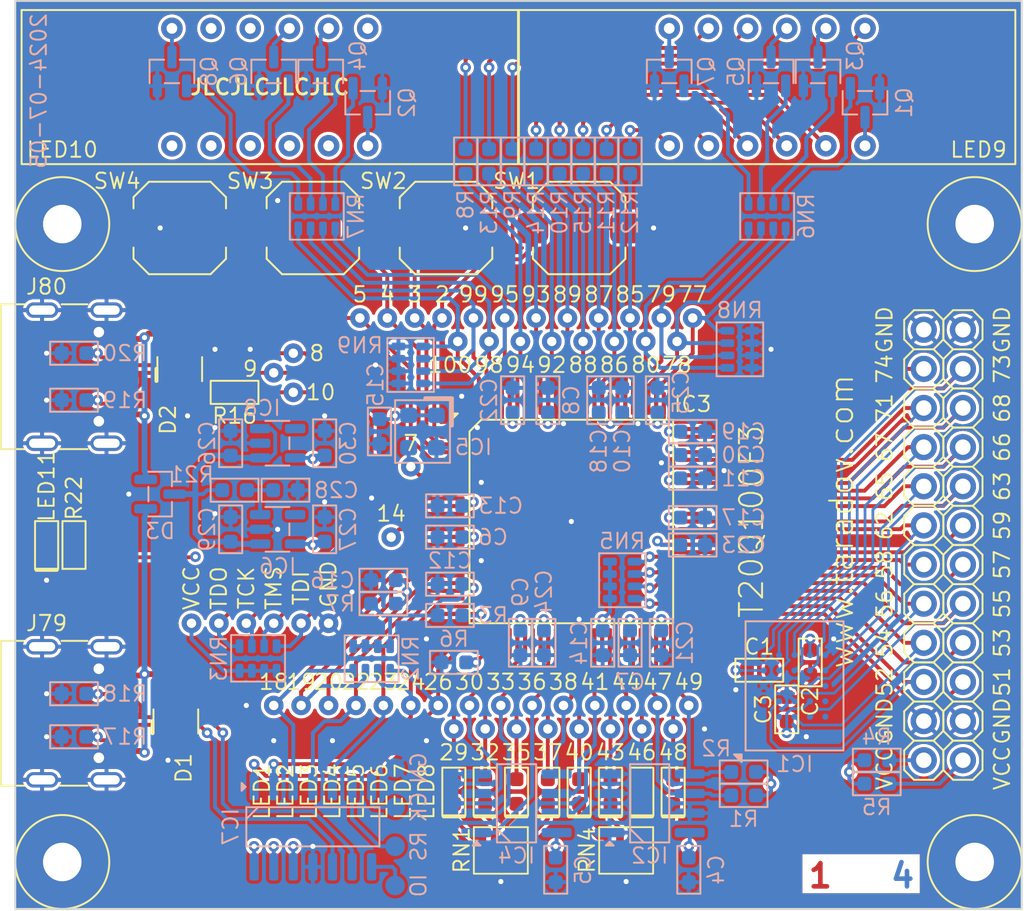
<source format=kicad_pcb>
(kicad_pcb (version 20240108) (generator "pcbnew") (generator_version "8.0")
  (title_block (date "2024-06-07"))
  (layers (0 "F.Cu" signal) (1 "In1.Cu" power) (2 "In2.Cu" power) (31 "B.Cu" signal) (34 "B.Paste" user) (35 "F.Paste" user) (36 "B.SilkS" user "B.Silkscreen") (37 "F.SilkS" user "F.Silkscreen") (38 "B.Mask" user) (39 "F.Mask" user) (44 "Edge.Cuts" user))
  (net 0 "")
  (net 1 "GND")
  (net 2 "+3V3")
  (net 3 "VBUS")
  (net 4 "+1V2")
  (net 5 "/CRESET_N")
  (net 6 "/TDI")
  (net 7 "Net-(IC3-REF_RES)")
  (net 8 "/TDO")
  (net 9 "/TCK")
  (net 10 "/TMS")
  (net 11 "/LED_C")
  (net 12 "/LED_B")
  (net 13 "/LED_A")
  (net 14 "/LED_D")
  (net 15 "/LED_E")
  (net 16 "/LED_F")
  (net 17 "/LED_DP")
  (net 18 "/LED_G")
  (net 19 "/LED_CC1")
  (net 20 "/SPI_CS")
  (net 21 "/SPI_SCK")
  (net 22 "Net-(IC3-B_CLKP0)")
  (net 23 "/SPI_MISO")
  (net 24 "/CBUS1")
  (net 25 "/SPI_MOSI")
  (net 26 "/CBUS0")
  (net 27 "/TEST_N")
  (net 28 "/CDONE")
  (net 29 "/CBUS2")
  (net 30 "/LED_CC3")
  (net 31 "/LED_CC2")
  (net 32 "/LED_CC0")
  (net 33 "/LED_CC5")
  (net 34 "/LED_CC7")
  (net 35 "Net-(IC3-R_87)")
  (net 36 "/BTN_3")
  (net 37 "/BTN_1")
  (net 38 "/BTN_2")
  (net 39 "/BTN_0")
  (net 40 "/LED_0")
  (net 41 "Net-(LED2-K)")
  (net 42 "/LED_1")
  (net 43 "Net-(LED3-K)")
  (net 44 "Net-(LED4-K)")
  (net 45 "/LED_2")
  (net 46 "/LED_3")
  (net 47 "Net-(LED5-K)")
  (net 48 "Net-(LED6-K)")
  (net 49 "/LED_4")
  (net 50 "Net-(LED7-K)")
  (net 51 "/LED_5")
  (net 52 "Net-(LED10-A)")
  (net 53 "Net-(LED10-C)")
  (net 54 "Net-(LED10-B)")
  (net 55 "Net-(LED10-D)")
  (net 56 "/LED_CC6")
  (net 57 "/LED_CC4")
  (net 58 "Net-(LED8-K)")
  (net 59 "/LED_6")
  (net 60 "/LED_7")
  (net 61 "/HR_CS")
  (net 62 "/HR_RESET")
  (net 63 "/Display/LED_CC0")
  (net 64 "Net-(LED10-E)")
  (net 65 "Net-(LED10-F)")
  (net 66 "/Display/LED_CC1")
  (net 67 "/Display/LED_CC3")
  (net 68 "Net-(LED10-DP)")
  (net 69 "/Display/LED_CC2")
  (net 70 "Net-(LED10-G)")
  (net 71 "/Display/LED_CC6")
  (net 72 "/Display/LED_CC7")
  (net 73 "/Display/LED_CC5")
  (net 74 "/Display/LED_CC4")
  (net 75 "/HR_DQ5")
  (net 76 "/HR_DQ0")
  (net 77 "/HR_RWDS")
  (net 78 "/HR_DQ6")
  (net 79 "/HR_CK")
  (net 80 "/HR_DQ2")
  (net 81 "/HR_DQ1")
  (net 82 "/HR_DQ3")
  (net 83 "Net-(Q1-G)")
  (net 84 "Net-(Q2-G)")
  (net 85 "Net-(Q3-G)")
  (net 86 "Net-(Q4-G)")
  (net 87 "Net-(Q5-G)")
  (net 88 "Net-(Q6-G)")
  (net 89 "Net-(Q7-G)")
  (net 90 "Net-(Q8-G)")
  (net 91 "/EEPROM_SDA")
  (net 92 "/EEPROM_SCL")
  (net 93 "/FLASH_IO1")
  (net 94 "/FLASH_IO2")
  (net 95 "/FLASH_SCK")
  (net 96 "/FLASH_IO0")
  (net 97 "/FLASH_IO3")
  (net 98 "/FLASH_CS")
  (net 101 "/USB-Power-Debugger/EN")
  (net 102 "/USB-Power-Debugger/SWCLK")
  (net 103 "/USB-Power-Debugger/SWDIO")
  (net 104 "/USB-Power-Debugger/RESET")
  (net 105 "/HR_DQ4")
  (net 106 "/HR_DQ7")
  (net 107 "/UART_RX")
  (net 108 "/UART_TX")
  (net 109 "/48 MHz")
  (net 113 "Net-(J67-Pad1)")
  (net 114 "/USB-Power-Debugger/+5V")
  (net 115 "VBUS_DBG")
  (net 116 "Net-(J70-Pad1)")
  (net 118 "Net-(IC3-L_13{slash}DD)")
  (net 119 "Net-(J79-PadCC2)")
  (net 121 "Net-(J79-PadCC1)")
  (net 122 "Net-(J80-PadCC2)")
  (net 125 "Net-(J80-PadCC1)")
  (net 126 "Net-(LED1-K)")
  (net 127 "Net-(LED11-A)")
  (net 128 "/P_USB_DP")
  (net 129 "/P_USB_DM")
  (net 130 "/P_USB_CTRL")
  (net 131 "/USB-Power-Debugger/USB_DP")
  (net 132 "/USB-Power-Debugger/USB_DM")
  (footprint "ataradov_conn:Pin-2.54mm" (layer "F.Cu") (at 81.788 54.864)
    (property "Reference" "J68" (hide yes))
    (property "Value" "57")
  )
  (footprint "ataradov_misc:TestPoint-1.27mm" (layer "F.Cu") (at 58.928 65.532)
    (property "Reference" "J8" (hide yes))
    (property "Value" "43")
  )
  (footprint "ataradov_conn:Pin-2.54mm" (layer "F.Cu") (at 81.788 62.484)
    (property "Reference" "J4" (hide yes))
    (property "Value" "51")
  )
  (footprint "ataradov_smd:0603" (layer "F.Cu") (at 68.58 61.722)
    (property "Reference" "C1")
    (property "Value" "100nF")
  )
  (footprint "ataradov_conn:Pin-2.54mm" (layer "F.Cu") (at 81.788 39.624)
    (property "Reference" "J76" (hide yes))
    (property "Value" "GND")
  )
  (footprint "ataradov_ic:TQFP-100-0.5mm" (layer "F.Cu") (at 56.388 52.07)
    (property "Reference" "IC3")
    (property "Value" "T20Q100F3")
  )
  (footprint "ataradov_conn:Pin-2.54mm" (layer "F.Cu") (at 79.248 44.704)
    (property "Reference" "J53" (hide yes))
    (property "Value" "71")
  )
  (footprint "ataradov_conn:Pin-2.54mm" (layer "F.Cu") (at 79.248 47.244)
    (property "Reference" "J57" (hide yes))
    (property "Value" "67")
  )
  (footprint "ataradov_smd:0603_LED" (layer "F.Cu") (at 60.96 69.596 90)
    (property "Reference" "LED7")
    (property "Value" "Orange")
  )
  (footprint "ataradov_misc:TestPoint-1.27mm" (layer "F.Cu") (at 50.038 38.862)
    (property "Reference" "J35" (hide yes))
    (property "Value" "99")
  )
  (footprint "ataradov_misc:TestPoint-1.27mm" (layer "F.Cu") (at 40.64 64.008)
    (property "Reference" "J78" (hide yes))
    (property "Value" "20")
  )
  (footprint "ataradov_misc:TestPoint-1.27mm" (layer "F.Cu") (at 38.862 64.008)
    (property "Reference" "J9" (hide yes))
    (property "Value" "19")
  )
  (footprint "ataradov_misc:TestPoint-1.27mm" (layer "F.Cu") (at 54.102 38.862)
    (property "Reference" "J39" (hide yes))
    (property "Value" "93")
  )
  (footprint "ataradov_misc:Logo-Small" (layer "F.Cu") (at 76.2 32.766)
    (property "Reference" "Logo1" (hide yes))
    (property "Value" "Logo" (hide yes))
  )
  (footprint "ataradov_ic:SOT-23-6" (layer "F.Cu") (at 30.734 65.024 90)
    (property "Reference" "D1")
    (property "Value" "ESDALD05UD4")
  )
  (footprint "ataradov_misc:TestPoint-1.27mm" (layer "F.Cu") (at 45.974 48.514)
    (property "Reference" "J21" (hide yes))
    (property "Value" "7")
  )
  (footprint "ataradov_misc:TestPoint-1.27mm" (layer "F.Cu") (at 42.418 64.008)
    (property "Reference" "J7" (hide yes))
    (property "Value" "22")
  )
  (footprint "ataradov_switch:TactSwitch-6mm-Sqare-SMD" (layer "F.Cu") (at 30.988 33.02)
    (property "Reference" "SW4")
    (property "Value" "TactSwitch")
  )
  (footprint "ataradov_misc:TestPoint-1.27mm" (layer "F.Cu") (at 52.832 65.532)
    (property "Reference" "J34" (hide yes))
    (property "Value" "35")
  )
  (footprint "ataradov_misc:TestPoint-1.27mm" (layer "F.Cu") (at 44.45 38.862)
    (property "Reference" "J25" (hide yes))
    (property "Value" "4")
  )
  (footprint "ataradov_conn:Pin-2.54mm" (layer "F.Cu") (at 81.788 57.404)
    (property "Reference" "J71" (hide yes))
    (property "Value" "55")
  )
  (footprint "ataradov_conn:Pin-2.54mm" (layer "F.Cu") (at 79.248 39.624)
    (property "Reference" "J72" (hide yes))
    (property "Value" "GND")
  )
  (footprint "ataradov_misc:TestPoint-1.27mm" (layer "F.Cu") (at 59.944 64.008)
    (property "Reference" "J16" (hide yes))
    (property "Value" "44")
  )
  (footprint "ataradov_misc:TestPoint-1.27mm" (layer "F.Cu") (at 56.134 38.862)
    (property "Reference" "J42" (hide yes))
    (property "Value" "89")
  )
  (footprint "ataradov_misc:TestPoint-1.27mm" (layer "F.Cu") (at 62.992 65.532)
    (property "Reference" "J12" (hide yes))
    (property "Value" "48")
  )
  (footprint "ataradov_misc:TestPoint-1.27mm" (layer "F.Cu") (at 37.084 42.418)
    (property "Reference" "J19" (hide yes))
    (property "Value" "9")
  )
  (footprint "ataradov_misc:TestPoint-1.27mm" (layer "F.Cu") (at 33.528 58.674 90)
    (property "Reference" "J58" (hide yes))
    (property "Value" "TDO")
  )
  (footprint "ataradov_smd:0603_LED" (layer "F.Cu") (at 54.864 69.596 90)
    (property "Reference" "LED4")
    (property "Value" "Orange")
  )
  (footprint "ataradov_conn:Pin-2.54mm" (layer "F.Cu") (at 79.248 54.864)
    (property "Reference" "J66" (hide yes))
    (property "Value" "58")
  )
  (footprint "ataradov_misc:TestPoint-1.27mm" (layer "F.Cu") (at 57.912 64.008)
    (property "Reference" "J6" (hide yes))
    (property "Value" "41")
  )
  (footprint "ataradov_conn:Pin-2.54mm" (layer "F.Cu") (at 81.788 47.244)
    (property "Reference" "J59" (hide yes))
    (property "Value" "66")
  )
  (footprint "ataradov_misc:TestPoint-1.27mm" (layer "F.Cu") (at 54.864 65.532)
    (property "Reference" "J36" (hide yes))
    (property "Value" "37")
  )
  (footprint "ataradov_conn:USB-C" (layer "F.Cu") (at 22.05925 64.516 -90)
    (property "Reference" "J79")
    (property "Value" "USB-C")
  )
  (footprint "ataradov_misc:TestPoint-1.27mm" (layer "F.Cu") (at 46.228 38.862)
    (property "Reference" "J27" (hide yes))
    (property "Value" "3")
  )
  (footprint "ataradov_misc:TestPoint-1.27mm" (layer "F.Cu") (at 51.816 64.008)
    (property "Reference" "J24" (hide yes))
    (property "Value" "33")
  )
  (footprint "ataradov_conn:Pin-2.54mm" (layer "F.Cu") (at 81.788 67.564)
    (property "Reference" "J70" (hide yes))
    (property "Value" "VCC")
  )
  (footprint "ataradov_misc:MH-2.5mm-4.0mm" (layer "F.Cu") (at 23.368 32.766)
    (property "Reference" "MH2" (hide yes))
    (property "Value" "~" (hide yes))
  )
  (footprint "ataradov_led:2841AS" (layer "F.Cu") (at 69.088 23.876)
    (property "Reference" "LED9")
    (property "Value" "2841AS" (hide yes))
  )
  (footprint "ataradov_misc:MH-2.5mm-4.0mm" (layer "F.Cu") (at 82.55 74.168)
    (property "Reference" "MH1" (hide yes))
    (property "Value" "~" (hide yes))
  )
  (footprint "ataradov_smd:0603_LED" (layer "F.Cu") (at 22.352 53.594 90)
    (property "Reference" "LED11")
    (property "Value" "Green")
  )
  (footprint "ataradov_misc:TestPoint-1.27mm" (layer "F.Cu") (at 62.23 38.862)
    (property "Reference" "J47" (hide yes))
    (property "Value" "79")
  )
  (footprint "ataradov_misc:TestPoint-1.27mm" (layer "F.Cu") (at 61.214 40.386)
    (property "Reference" "J46" (hide yes))
    (property "Value" "80")
  )
  (footprint "ataradov_conn:Pin-2.54mm" (layer "F.Cu") (at 79.248 42.164)
    (property "Reference" "J50" (hide yes))
    (property "Value" "74")
  )
  (footprint "ataradov_misc:TestPoint-1.27mm" (layer "F.Cu") (at 44.196 64.008)
    (property "Reference" "J5" (hide yes))
    (property "Value" "23")
  )
  (footprint "ataradov_misc:TestPoint-1.27mm" (layer "F.Cu") (at 40.64 58.674 90)
    (property "Reference" "J62" (hide yes))
    (property "Value" "GND")
  )
  (footprint "ataradov_conn:Pin-2.54mm" (layer "F.Cu") (at 79.248 67.564)
    (property "Reference" "J67" (hide yes))
    (property "Value" "VCC")
  )
  (footprint "ataradov_misc:TestPoint-1.27mm" (layer "F.Cu") (at 37.084 58.674 90)
    (property "Reference" "J60" (hide yes))
    (property "Value" "TMS")
  )
  (footprint "ataradov_smd:0603_LED" (layer "F.Cu") (at 62.992 69.596 90)
    (property "Reference" "LED8")
    (property "Value" "Orange")
  )
  (footprint "ataradov_misc:TestPoint-1.27mm" (layer "F.Cu") (at 49.022 40.386)
    (property "Reference" "J31" (hide yes))
    (property "Value" "100")
  )
  (footprint "ataradov_misc:TestPoint-1.27mm" (layer "F.Cu") (at 38.354 43.688)
    (property "Reference" "J17" (hide yes))
    (property "Value" "10")
  )
  (footprint "ataradov_misc:TestPoint-1.27mm" (layer "F.Cu") (at 55.88 64.008)
    (property "Reference" "J28" (hide yes))
    (property "Value" "38")
  )
  (footprint "ataradov_misc:TestPoint-1.27mm" (layer "F.Cu") (at 45.974 64.008)
    (property "Reference" "J1" (hide yes))
    (property "Value" "24")
  )
  (footprint "ataradov_conn:Pin-2.54mm" (layer "F.Cu") (at 79.248 49.784)
    (property "Reference" "J61" (hide yes))
    (property "Value" "65")
  )
  (footprint "ataradov_conn:Pin-2.54mm" (layer "F.Cu") (at 79.248 52.324)
    (property "Reference" "J64" (hide yes))
    (property "Value" "62")
  )
  (footprint "ataradov_misc:TestPoint-1.27mm" (layer "F.Cu") (at 38.862 58.674 90)
    (property "Reference" "J56" (hide yes))
    (property "Value" "TDI")
  )
  (footprint "ataradov_smd:0603" (layer "F.Cu") (at 34.544 43.688 180)
    (property "Reference" "R16")
    (property "Value" "1.5K")
  )
  (footprint "ataradov_misc:TestPoint-1.27mm" (layer "F.Cu") (at 58.166 38.862)
    (property "Reference" "J43" (hide yes))
    (property "Value" "87")
  )
  (footprint "ataradov_misc:TestPoint-1.27mm" (layer "F.Cu") (at 63.246 40.386)
    (property "Reference" "J48" (hide yes))
    (property "Value" "78")
  )
  (footprint "ataradov_smd:0603" (layer "F.Cu") (at 24.13 53.594 90)
    (property "Reference" "R22")
    (property "Value" "10K")
  )
  (footprint "ataradov_smd:0603_LED" (layer "F.Cu") (at 50.8 69.596 90)
    (property "Reference" "LED2")
    (property "Value" "Orange")
  )
  (footprint "ataradov_conn:Pin-2.54mm" (layer "F.Cu") (at 81.788 44.704)
    (property "Reference" "J55" (hide yes))
    (property "Value" "68")
  )
  (footprint "ataradov_led:2841AS" (layer "F.Cu") (at 36.83 23.876)
    (property "Reference" "LED10")
    (property "Value" "2841AS" (hide yes))
  )
  (footprint "ataradov_misc:TestPoint-1.27mm" (layer "F.Cu") (at 48.768 65.532)
    (property "Reference" "J30" (hide yes))
    (property "Value" "29")
  )
  (footprint "ataradov_misc:TestPoint-1.27mm" (layer "F.Cu") (at 56.896 65.532)
    (property "Reference" "J14" (hide yes))
    (property "Value" "40")
  )
  (footprint "ataradov_switch:TactSwitch-6mm-Sqare-SMD" (layer "F.Cu") (at 39.624 33.02)
    (property "Reference" "SW3")
    (property "Value" "TactSwitch")
  )
  (footprint "ataradov_misc:TestPoint-1.27mm" (layer "F.Cu") (at 64.008 64.008)
    (property "Reference" "J20" (hide yes))
    (property "Value" "49")
  )
  (footprint "ataradov_misc:TestPoint-1.27mm" (layer "F.Cu") (at 31.75 58.674 90)
    (property "Reference" "J52" (hide yes))
    (property "Value" "VCC")
  )
  (footprint "ataradov_conn:Pin-2.54mm" (layer "F.Cu") (at 81.788 42.164)
    (property "Reference" "J51" (hide yes))
    (property "Value" "73")
  )
  (footprint "ataradov_misc:TestPoint-1.27mm" (layer "F.Cu") (at 47.752 64.008)
    (property "Reference" "J3" (hide yes))
    (property "Value" "26")
  )
  (footprint "ataradov_conn:Pin-2.54mm" (layer "F.Cu") (at 81.788 52.324)
    (property "Reference" "J65" (hide yes))
    (property "Value" "59")
  )
  (footprint "ataradov_misc:TestPoint-1.27mm" (layer "F.Cu") (at 64.262 38.862)
    (property "Reference" "J49" (hide yes))
    (property "Value" "77")
  )
  (footprint "ataradov_conn:Pin-2.54mm" (layer "F.Cu") (at 81.788 49.784)
    (property "Reference" "J63" (hide yes))
    (property "Value" "63")
  )
  (footprint "ataradov_misc:TestPoint-1.27mm" (layer "F.Cu") (at 59.182 40.386)
    (property "Reference" "J44" (hide yes))
    (property "Value" "86")
  )
  (footprint "ataradov_misc:TestPoint-1.27mm" (layer "F.Cu") (at 42.672 38.862)
    (property "Reference" "J23" (hide yes))
    (property "Value" "5")
  )
  (footprint "ataradov_misc:TestPoint-1.27mm" (layer "F.Cu") (at 51.054 40.386)
    (property "Reference" "J33" (hide yes))
    (property "Value" "98")
  )
  (footprint "ataradov_conn:Pin-2.54mm" (layer "F.Cu") (at 79.248 65.024)
    (property "Reference" "J74" (hide yes))
    (property "Value" "GND")
  )
  (footprint "ataradov_smd:0603_LED" (layer "F.Cu") (at 56.896 69.596 90)
    (property "Reference" "LED5")
    (property "Value" "Orange")
  )
  (footprint "ataradov_smd:0603" (layer "F.Cu") (at 71.882 61.214 -90)
    (property "Reference" "C2")
    (property "Value" "100nF")
  )
  (footprint "ataradov_conn:Pin-2.54mm" (layer "F.Cu") (at 81.788 65.024)
    (property "Reference" "J77" (hide yes))
    (property "Value" "GND")
  )
  (footprint "ataradov_misc:TestPoint-1.27mm" (layer "F.Cu") (at 60.96 65.532)
    (property "Reference" "J18" (hide yes))
    (property "Value" "46")
  )
  (footprint "ataradov_misc:TestPoint-1.27mm" (layer "F.Cu") (at 35.306 58.674 90)
    (property "Reference" "J54" (hide yes))
    (property "Value" "TCK")
  )
  (footprint "ataradov_ic:SOT-23-6" (layer "F.Cu") (at 30.988 42.164 90)
    (property "Reference" "D2")
    (property "Value" "ESDALD05UD4")
  )
  (footprint "ataradov_misc:TestPoint-1.27mm" (layer "F.Cu") (at 38.354 41.148)
    (property "Reference" "J13" (hide yes))
    (property "Value" "8")
  )
  (footprint "ataradov_misc:TestPoint-1.27mm" (layer "F.Cu") (at 53.848 64.008)
    (property "Reference" "J26" (hide yes))
    (property "Value" "36")
  )
  (footprint "ataradov_misc:TestPoint-1.27mm" (layer "F.Cu") (at 55.118 40.386)
    (property "Reference" "J40" (hide yes))
    (property "Value" "92")
  )
  (footprint "ataradov_misc:TestPoint-1.27mm" (layer "F.Cu") (at 61.976 64.008)
    (property "Reference" "J10" (hide yes))
    (property "Value" "47")
  )
  (footprint "ataradov_misc:TestPoint-1.27mm" (layer "F.Cu") (at 37.084 64.008)
    (property "Reference" "J11" (hide yes))
    (property "Value" "18")
  )
  (footprint "ataradov_misc:TestPoint-1.27mm" (layer "F.Cu") (at 49.784 64.008)
    (property "Reference" "J22" (hide yes))
    (property "Value" "30")
  )
  (footprint "ataradov_conn:Pin-2.54mm" (layer "F.Cu") (at 81.788 59.944)
    (property "Reference" "J75" (hide yes))
    (property "Value" "53")
  )
  (footprint "ataradov_switch:TactSwitch-6mm-Sqare-SMD" (layer "F.Cu") (at 48.26 33.02 180)
    (property "Reference" "SW2")
    (property "Value" "TactSwitch")
  )
  (footprint "ataradov_smd:0603x4" (layer "F.Cu") (at 51.816 73.406 90)
    (property "Reference" "RN1")
    (property "Value" "10K")
  )
  (footprint "ataradov_misc:TestPoint-1.27mm" (layer "F.Cu") (at 53.086 40.386)
    (property "Reference" "J38" (hide yes))
    (property "Value" "94")
  )
  (footprint "ataradov_misc:TestPoint-1.27mm" (layer "F.Cu") (at 52.07 38.862)
    (property "Reference" "J37" (hide yes))
    (property "Value" "95")
  )
  (footprint "ataradov_misc:TestPoint-1.27mm" (layer "F.Cu") (at 60.198 38.862)
    (property "Reference" "J45" (hide yes))
    (property "Value" "85")
  )
  (footprint "ataradov_misc:MH-2.5mm-4.0mm" (layer "F.Cu") (at 23.368 74.168)
    (property "Reference" "MH4" (hide yes))
    (property "Value" "~" (hide yes))
  )
  (footprint "ataradov_misc:MH-2.5mm-4.0mm" (layer "F.Cu") (at 82.55 32.766)
    (property "Reference" "MH3" (hide yes))
    (property "Value" "~" (hide yes))
  )
  (footprint "ataradov_misc:TestPoint-1.27mm" (layer "F.Cu") (at 57.15 40.386)
    (property "Reference" "J41" (hide yes))
    (property "Value" "88")
  )
  (footprint "ataradov_misc:TestPoint-1.27mm" (layer "F.Cu") (at 50.8 65.532)
    (property "Reference" "J32" (hide yes))
    (property "Value" "32")
  )
  (footprint "ataradov_smd:0603_LED" (layer "F.Cu") (at 52.832 69.596 90)
    (property "Reference" "LED3")
    (property "Value" "Orange")
  )
  (footprint "ataradov_misc:TestPoint-1.27mm" (layer "F.Cu") (at 48.006 38.862)
    (property "Reference" "J29" (hide yes))
    (property "Value" "2")
  )
  (footprint "ataradov_smd:0603x4" (layer "F.Cu") (at 59.944 73.406 90)
    (property "Reference" "RN4")
    (property "Value" "10K")
  )
  (footprint "ataradov_smd:0603_LED" (layer "F.Cu") (at 48.768 69.596 90)
    (property "Reference" "LED1")
    (property "Value" "Orange")
  )
  (footprint "ataradov_switch:TactSwitch-6mm-Sqare-SMD" (layer "F.Cu") (at 56.896 33.02 180)
    (property "Reference" "SW1")
    (property "Value" "TactSwitch")
  )
  (footprint "ataradov_smd:0603_LED" (layer "F.Cu") (at 58.928 69.596 90)
    (property "Reference" "LED6")
    (property "Value" "Orange")
  )
  (footprint "ataradov_conn:Pin-2.54mm" (layer "F.Cu") (at 79.248 59.944)
    (property "Reference" "J73" (hide yes))
    (property "Value" "54")
  )
  (footprint "ataradov_misc:TestPoint-1.27mm" (layer "F.Cu") (at 44.704 53.086)
    (property "Reference" "J15" (hide yes))
    (property "Value" "14")
  )
  (footprint "ataradov_smd:0603" (layer "F.Cu") (at 70.358 64.262 90)
    (property "Reference" "C3")
    (property "Value" "100nF")
  )
  (footprint "ataradov_conn:Pin-2.54mm" (layer "F.Cu") (at 79.248 57.404)
    (property "Reference" "J69" (hide yes))
    (property "Value" "56")
  )
  (footprint "ataradov_conn:USB-C" (layer "F.Cu") (at 22.05925 42.672 -90)
    (property "Reference" "J80")
    (property "Value" "USB-C")
  )
  (footprint "ataradov_conn:Pin-2.54mm" (layer "F.Cu") (at 79.248 62.484)
    (property "Reference" "J2" (hide yes))
    (property "Value" "52")
  )
  (footprint "ataradov_smd:0603" (layer "B.Cu") (at 44.196 55.88 180)
    (property "Reference" "C16")
    (property "Value" "10uF")
  )
  (footprint "ataradov_smd:0603" (layer "B.Cu") (at 48.514 56.134 180)
    (property "Reference" "C12")
    (property "Value" "100nF")
  )
  (footprint "ataradov_ic:SO-8" (layer "B.Cu") (at 52.832 70.358)
    (property "Reference" "IC4")
    (property "Value" "SPI-FLASH")
  )
  (footprint "ataradov_smd:0603" (layer "B.Cu") (at 24.13 41.148 180)
    (property "Reference" "R20")
    (property "Value" "5.1K")
  )
  (footprint "ataradov_smd:0603" (layer "B.Cu") (at 34.29 52.578 90)
    (property "Reference" "C29")
    (property "Value" "1uF")
  )
  (footprint "ataradov_ic:SOT-23" (layer "B.Cu") (at 40.132 22.86 90)
    (property "Reference" "Q4")
    (property "Value" "NTR5103N")
  )
  (footprint "ataradov_smd:0603" (layer "B.Cu") (at 34.544 50.038)
    (property "Reference" "R21")
    (property "Value" "100K")
  )
  (footprint "ataradov_smd:0603" (layer "B.Cu") (at 49.53 28.702 -90)
    (property "Reference" "R8")
    (property "Value" "470")
  )
  (footprint "ataradov_misc:TestPoint-1.27mm-SMD" (layer "B.Cu") (at 44.958 73.152 90)
    (property "Reference" "TP2" (hide yes))
    (property "Value" "RS")
  )
  (footprint "ataradov_smd:0603" (layer "B.Cu") (at 44.196 57.404)
    (property "Reference" "R7")
    (property "Value" "100K")
  )
  (footprint "ataradov_misc:TestPoint-1.27mm-SMD" (layer "B.Cu") (at 44.958 68.072 90)
    (property "Reference" "TP4" (hide yes))
    (property "Value" "GN")
  )
  (footprint "ataradov_ic:SOT-23-5" (layer "B.Cu") (at 37.338 52.578)
    (property "Reference" "IC6")
    (property "Value" "AP2112K-3.3TRG1")
  )
  (footprint "ataradov_smd:0603" (layer "B.Cu") (at 59.69 44.196 90)
    (property "Reference" "C10")
    (property "Value" "100nF")
  )
  (footprint "ataradov_smd:0603" (layer "B.Cu") (at 40.386 46.99 90)
    (property "Reference" "C30")
    (property "Value" "1uF")
  )
  (footprint "ataradov_smd:0603" (layer "B.Cu") (at 54.102 28.702 -90)
    (property "Reference" "R14")
    (property "Value" "470")
  )
  (footprint "ataradov_misc:TestPoint-1.27mm-SMD" (layer "B.Cu") (at 44.958 75.692 90)
    (property "Reference" "TP1" (hide yes))
    (property "Value" "IO")
  )
  (footprint "ataradov_smd:0603" (layer "B.Cu") (at 43.942 46.228 -90)
    (property "Reference" "C15")
    (property "Value" "100nF")
  )
  (footprint "ataradov_ic:SOT-23" (layer "B.Cu") (at 29.718 50.292)
    (property "Reference" "D3")
    (property "Value" "BAT54C")
  )
  (footprint "ataradov_smd:0603" (layer "B.Cu") (at 52.578 28.702 -90)
    (property "Reference" "R9")
    (property "Value" "470")
  )
  (footprint "ataradov_smd:0603" (layer "B.Cu") (at 58.674 28.702 -90)
    (property "Reference" "R11")
    (property "Value" "470")
  )
  (footprint "ataradov_ic:SOT-23" (layer "B.Cu") (at 62.738 22.86 90)
    (property "Reference" "Q7")
    (property "Value" "NTR5103N")
  )
  (footprint "ataradov_ic:SOT-23" (layer "B.Cu") (at 69.342 22.86 90)
    (property "Reference" "Q5")
    (property "Value" "NTR5103N")
  )
  (footprint "ataradov_ic:SOT-23" (layer "B.Cu") (at 75.438 24.892 -90)
    (property "Reference" "Q1")
    (property "Value" "NTR5103N")
  )
  (footprint "ataradov_ic:SOIC-14" (layer "B.Cu") (at 39.624 71.882 -90)
    (property "Reference" "IC7")
    (property "Value" "ATSAMD11C")
  )
  (footprint "ataradov_ic:SOT-23" (layer "B.Cu") (at 43.18 24.892 -90)
    (property "Reference" "Q2")
    (property "Value" "NTR5103N")
  )
  (footprint "ataradov_smd:0603" (layer "B.Cu") (at 55.372 74.676 -90)
    (property "Reference" "C5")
    (property "Value" "100nF")
  )
  (footprint "ataradov_smd:0603" (layer "B.Cu") (at 40.386 52.578 90)
    (property "Reference" "C27")
    (property "Value" "1uF")
  )
  (footprint "ataradov_smd:0603" (layer "B.Cu") (at 48.768 61.214 180)
    (property "Reference" "R6")
    (property "Value" "12K")
  )
  (footprint "ataradov_smd:0603" (layer "B.Cu") (at 60.198 28.702 -90)
    (property "Reference" "R12")
    (property "Value" "470")
  )
  (footprint "ataradov_smd:0603" (layer "B.Cu") (at 52.578 44.196 90)
    (property "Reference" "C22")
    (property "Value" "100nF")
  )
  (footprint "ataradov_smd:0603" (layer "B.Cu") (at 51.054 28.702 -90)
    (property "Reference" "R13")
    (property "Value" "470")
  )
  (footprint "ataradov_smd:0603" (layer "B.Cu") (at 76.2 69.088)
    (property "Reference" "R5")
    (property "Value" "10K")
  )
  (footprint "ataradov_smd:0603" (layer "B.Cu") (at 67.564 69.85 180)
    (property "Reference" "R1")
    (property "Value" "2.2K")
  )
  (footprint "ataradov_smd:0603" (layer "B.Cu") (at 60.198 59.944 -90)
    (property "Reference" "C7")
    (property "Value" "100nF")
  )
  (footprint "ataradov_smd:0603" (layer "B.Cu") (at 55.626 28.702 -90)
    (property "Reference" "R10")
    (property "Value" "470")
  )
  (footprint "ataradov_smd:0603x4" (layer "B.Cu") (at 43.434 60.96 90)
    (property "Reference" "RN2")
    (property "Value" "10K")
  )
  (footprint "ataradov_smd:0603" (layer "B.Cu") (at 24.13 44.196 180)
    (property "Reference" "R19")
    (property "Value" "5.1K")
  )
  (footprint "ataradov_smd:0603" (layer "B.Cu") (at 67.564 68.326 180)
    (property "Reference" "R2")
    (property "Value" "2.2K")
  )
  (footprint "ataradov_smd:0603x4" (layer "B.Cu") (at 39.878 32.258 90)
    (property "Reference" "RN7")
    (property "Value" "330")
  )
  (footprint "ataradov_ic:SOT-23" (layer "B.Cu") (at 30.48 22.86 90)
    (property "Reference" "Q8")
    (property "Value" "NTR5103N")
  )
  (footprint "ataradov_ic:SOT-23" (layer "B.Cu") (at 37.084 22.86 90)
    (property "Reference" "Q6")
    (property "Value" "NTR5103N")
  )
  (footprint "ataradov_smd:0603" (layer "B.Cu") (at 48.514 58.166)
    (property "Reference" "R3")
    (property "Value" "10K")
  )
  (footprint "ataradov_smd:0603" (layer "B.Cu") (at 58.166 44.196 90)
    (property "Reference" "C18")
    (property "Value" "100nF")
  )
  (footprint "ataradov_smd:0603x4" (layer "B.Cu") (at 69.088 32.258 90)
    (property "Reference" "RN6")
    (property "Value" "330")
  )
  (footprint "ataradov_smd:0603" (layer "B.Cu") (at 64.262 51.816)
    (property "Reference" "C17")
    (property "Value" "100nF")
  )
  (footprint "ataradov_smd:0603x4" (layer "B.Cu") (at 59.69 55.88 180)
    (property "Reference" "RN5")
    (property "Value" "10K")
  )
  (footprint "ataradov_smd:0603" (layer "B.Cu") (at 64.262 46.228)
    (property "Reference" "C19")
    (property "Value" "100nF")
  )
  (footprint "ataradov_smd:0603" (layer "B.Cu") (at 24.13 63.246 180)
    (property "Reference" "R18")
    (property "Value" "5.1K")
  )
  (footprint "ataradov_smd:0603" (layer "B.Cu") (at 54.864 44.196 90)
    (property "Reference" "C8")
    (property "Value" "100nF")
  )
  (footprint "ataradov_smd:0603x4" (layer "B.Cu") (at 45.974 41.91)
    (property "Reference" "RN9")
    (property "Value" "100K")
  )
  (footprint "ataradov_ic:BGA-24-1mm-6x8mm" (layer "B.Cu") (at 70.866 62.738)
    (property "Reference" "IC1")
    (property "Value" "HyperRAM")
  )
  (footprint "ataradov_smd:0603" (layer "B.Cu") (at 76.2 67.564)
    (property "Reference" "R4")
    (property "Value" "10K")
  )
  (footprint "ataradov_misc:TestPoint-1.27mm-SMD" (layer "B.Cu") (at 44.958 70.612 90)
    (property "Reference" "TP3" (hide yes))
    (property "Value" "CK")
  )
  (footprint "ataradov_smd:0603" (layer "B.Cu") (at 48.514 53.086 180)
    (property "Reference" "C6")
    (property "Value" "100nF")
  )
  (footprint "ataradov_smd:0603" (layer "B.Cu") (at 53.086 59.944 -90)
    (property "Reference" "C9")
    (property "Value" "100nF")
  )
  (footprint "ataradov_smd:0603" (layer "B.Cu") (at 61.976 44.196 90)
    (property "Reference" "C25")
    (property "Value" "100nF")
  )
  (footprint "ataradov_smd:0603" (layer "B.Cu") (at 62.23 59.944 -90)
    (property "Reference" "C21")
    (property "Value" "100nF")
  )
  (footprint "ataradov_ic:SOT-23" (layer "B.Cu") (at 72.39 22.86 90)
    (property "Reference" "Q3")
    (property "Value" "NTR5103N")
  )
  (footprint "ataradov_smd:0603x4" (layer "B.Cu") (at 36.068 60.96 -90)
    (property "Reference" "RN3")
    (property "Value" "10K")
  )
  (footprint "ataradov_smd:0603" (layer "B.Cu") (at 48.514 51.054 180)
    (property "Reference" "C13")
    (property "Value" "100nF")
  )
  (footprint "ataradov_ic:SO-8" (layer "B.Cu") (at 61.468 70.358)
    (property "Reference" "IC2")
    (property "Value" "I2C-EEPROM")
  )
  (footprint "ataradov_smd:0603" (layer "B.Cu") (at 64.262 49.269)
    (property "Reference" "C11")
    (property "Value" "100nF")
  )
  (footprint "ataradov_ic:SOT-23-5" (layer "B.Cu") (at 37.338 46.99)
    (property "Reference" "IC8")
    (property "Value" "MIC5504-1.2YM5-TR")
  )
  (footprint "ataradov_smd:0603" (layer "B.Cu") (at 54.61 59.944 -90)
    (property "Reference" "C24")
    (property "Value" "100nF")
  )
  (footprint "ataradov_smd:0603" (layer "B.Cu") (at 57.15 28.702 -90)
    (property "Reference" "R15")
    (property "Value" "470")
  )
  (footprint "ataradov_smd:0603x4" (layer "B.Cu") (at 67.31 40.894 180)
    (property "Reference" "RN8")
    (property "Value" "100K")
  )
  (footprint "ataradov_smd:0603" (layer "B.Cu") (at 64.262 53.594)
    (property "Reference" "C23")
    (property "Value" "100nF")
  )
  (footprint "ataradov_smd:0603" (layer "B.Cu") (at 64.262 47.752)
    (property "Reference" "C20")
    (property "Value" "100nF")
  )
  (footprint "ataradov_smd:0603" (layer "B.Cu") (at 64.008 74.676 -90)
    (property "Reference" "C4")
    (property "Value" "100nF")
  )
  (footprint "ataradov_ic:CDFN-4-3.2x2.5mm" (layer "B.Cu") (at 46.736 46.228 -90)
    (property "Reference" "IC5")
    (property "Value" "48 MHz")
  )
  (footprint "ataradov_smd:0603" (layer "B.Cu") (at 34.29 46.99 90)
    (property "Reference" "C26")
    (property "Value" "1uF")
  )
  (footprint "ataradov_smd:0603" (layer "B.Cu") (at 58.42 59.944 -90)
    (property "Reference" "C14")
    (property "Value" "100nF")
  )
  (footprint "ataradov_smd:0603" (layer "B.Cu") (at 37.846 50.038)
    (property "Reference" "C28")
    (property "Value" "1uF")
  )
  (footprint "ataradov_smd:0603" (layer "B.Cu") (at 24.13 66.04 180)
    (property "Reference" "R17")
    (property "Value" "5.1K")
  )
  (gr_circle (center 82.55 74.168) (end 85.598 74.168) (stroke (width 0.127)) (fill none) (layer "F.SilkS"))
  (gr_circle (center 23.368 74.168) (end 26.416 74.168) (stroke (width 0.127)) (fill none) (layer "F.SilkS"))
  (gr_circle (center 82.55 32.766) (end 85.598 32.766) (stroke (width 0.127)) (fill none) (layer "F.SilkS"))
  (gr_circle (center 23.368 32.766) (end 26.416 32.766) (stroke (width 0.127)) (fill none) (layer "F.SilkS"))
  (gr_rect (start 20.32 18.288) (end 85.598 77.216) (stroke (width 0.127)) (fill none) (layer "Edge.Cuts"))
  (gr_text "1" (at 71.628 75.946 0) (layer "F.Cu") (effects (font (size 1.5 1.5) (thickness 0.3) (bold yes)) (justify left bottom)))
  (gr_text "4" (at 76.962 75.946 0) (layer "B.Cu") (effects (font (size 1.5 1.5) (thickness 0.3) (bold yes)) (justify left bottom)))
  (gr_text "2024-07-05" (at 21.844 24.13 90) (layer "B.SilkS") (effects (font (size 1 1) (thickness 0.127)) (justify mirror)))
  (gr_text "www.taradov.com" (at 73.914 52.07 90) (layer "F.SilkS") (effects (font (size 1.5 1.5) (thickness 0.127))))
  (gr_text "T20Q100F3" (at 68.072 52.07 90) (layer "F.SilkS") (effects (font (size 1.5 1.5) (thickness 0.127))))
  (gr_text "JLCJLCJLCJLC" (at 36.83 23.876 0) (layer "F.SilkS") (effects (font (size 1 1) (thickness 0.18) (bold yes))))
  (segment (start 26.23925 61.03725) (end 26.468 61.266) (width 0.254) (layer "F.Cu") (net 1))
  (segment (start 26.468 61.266) (end 27.19025 61.266) (width 0.254) (layer "F.Cu") (net 1))
  (segment (start 27.19025 39.422) (end 26.54525 39.422) (width 0.254) (layer "F.Cu") (net 1))
  (segment (start 26.23925 60.196) (end 26.23925 61.03725) (width 0.254) (layer "F.Cu") (net 1))
  (segment (start 26.54525 39.422) (end 26.23925 39.116) (width 0.254) (layer "F.Cu") (net 1))
  (segment (start 26.23925 46.15075) (end 26.23925 46.992) (width 0.254) (layer "F.Cu") (net 1))
  (segment (start 26.23925 67.99475) (end 26.468 67.766) (width 0.254) (layer "F.Cu") (net 1))
  (segment (start 26.23925 39.116) (end 26.23925 38.352) (width 0.254) (layer "F.Cu") (net 1))
  (segment (start 26.23925 68.836) (end 26.23925 67.99475) (width 0.254) (layer "F.Cu") (net 1))
  (segment (start 26.468 45.922) (end 26.23925 46.15075) (width 0.254) (layer "F.Cu") (net 1))
  (segment (start 26.468 67.766) (end 27.19025 67.766) (width 0.254) (layer "F.Cu") (net 1))
  (segment (start 27.19025 45.922) (end 26.468 45.922) (width 0.254) (layer "F.Cu") (net 1))
  (via (at 33.274 40.894) (size 0.6858) (drill 0.3302) (layers "F.Cu" "B.Cu") (net 1))
  (via (at 39.624 73.152) (size 0.6858) (drill 0.3302) (layers "F.Cu" "B.Cu") (net 1))
  (via (at 42.164 56.642) (size 0.6858) (drill 0.3302) (layers "F.Cu" "B.Cu") (net 1))
  (via (at 37.338 31.242) (size 0.6858) (drill 0.3302) (layers "F.Cu" "B.Cu") (net 1))
  (via (at 35.56 40.894) (size 0.6858) (drill 0.3302) (layers "F.Cu" "B.Cu") (net 1))
  (via (at 40.386 50.8) (size 0.6858) (drill 0.3302) (layers "F.Cu" "B.Cu") (net 1))
  (via (at 33.274 45.974) (size 0.6858) (drill 0.3302) (layers "F.Cu" "B.Cu") (net 1))
  (via (at 49.53 33.02) (size 0.6858) (drill 0.3302) (layers "F.Cu" "B.Cu") (net 1))
  (via (at 40.386 45.212) (size 0.6858) (drill 0.3302) (layers "F.Cu" "B.Cu") (net 1))
  (via (at 22.352 41.148) (size 0.6858) (drill 0.3302) (layers "F.Cu" "B.Cu") (net 1))
  (via (at 22.352 63.246) (size 0.6858) (drill 0.3302) (layers "F.Cu" "B.Cu") (net 1))
  (via (at 40.894 66.294) (size 0.6858) (drill 0.3302) (layers "F.Cu" "B.Cu") (net 1))
  (via (at 59.944 75.438) (size 0.6858) (drill 0.3302) (layers "F.Cu" "B.Cu") (net 1))
  (via (at 60.706 45.72) (size 0.6858) (drill 0.3302) (layers "F.Cu" "B.Cu") (net 1))
  (via (at 46.99 59.69) (size 0.6858) (drill 0.3302) (layers "F.Cu" "B.Cu") (net 1))
  (via (at 65.024 65.532) (size 0.6858) (drill 0.3302) (layers "F.Cu" "B.Cu") (net 1))
  (via (at 49.276 43.942) (size 0.6858) (drill 0.3302) (layers "F.Cu" "B.Cu") (net 1))
  (via (at 50.546 49.53) (size 0.6858) (drill 0.3302) (layers "F.Cu" "B.Cu") (net 1))
  (via (at 31.496 45.212) (size 0.6858) (drill 0.3302) (layers "F.Cu" "B.Cu") (net 1))
  (via (at 46.99 66.294) (size 0.6858) (drill 0.3302) (layers "F.Cu" "B.Cu") (net 1))
  (via (at 56.388 52.07) (size 0.6858) (drill 0.3302) (layers "F.Cu" "B.Cu") (net 1))
  (via (at 30.226 67.564) (size 0.6858) (drill 0.3302) (layers "F.Cu" "B.Cu") (net 1))
  (via (at 22.352 66.04) (size 0.6858) (drill 0.3302) (layers "F.Cu" "B.Cu") (net 1))
  (via (at 55.88 45.72) (size 0.6858) (drill 0.3302) (layers "F.Cu" "B.Cu") (net 1))
  (via (at 50.292 45.974) (size 0.6858) (drill 0.3302) (layers "F.Cu" "B.Cu") (net 1))
  (via (at 71.628 66.04) (size 0.6858) (drill 0.3302) (layers "F.Cu" "B.Cu") (net 1))
  (via (at 29.718 33.02) (size 0.6858) (drill 0.3302) (layers "F.Cu" "B.Cu") (net 1))
  (via (at 22.352 44.196) (size 0.6858) (drill 0.3302) (layers "F.Cu" "B.Cu") (net 1))
  (via (at 33.274 51.562) (size 0.6858) (drill 0.3302) (layers "F.Cu" "B.Cu") (net 1))
  (via (at 22.352 55.88) (size 0.6858) (drill 0.3302) (layers "F.Cu" "B.Cu") (net 1))
  (via (at 50.546 54.61) (size 0.6858) (drill 0.3302) (layers "F.Cu" "B.Cu") (net 1))
  (via (at 37.338 52.578) (size 0.6858) (drill 0.3302) (layers "F.Cu" "B.Cu") (net 1))
  (via (at 73.406 59.69) (size 0.6858) (drill 0.3302) (layers "F.Cu" "B.Cu") (net 1))
  (via (at 37.084 66.294) (size 0.6858) (drill 0.3302) (layers "F.Cu" "B.Cu") (net 1))
  (via (at 43.688 41.91) (size 0.6858) (drill 0.3302) (layers "F.Cu" "B.Cu") (net 1))
  (via (at 66.294 48.768) (size 0.6858) (drill 0.3302) (layers "F.Cu" "B.Cu") (net 1))
  (via (at 62.23 48.26) (size 0.6858) (drill 0.3302) (layers "F.Cu" "B.Cu") (net 1))
  (via (at 27.686 50.292) (size 0.6858) (drill 0.3302) (layers "F.Cu" "B.Cu") (net 1))
  (via (at 51.816 75.438) (size 0.6858) (drill 0.3302) (layers "F.Cu" "B.Cu") (net 1))
  (via (at 56.896 58.42) (size 0.6858) (drill 0.3302) (layers "F.Cu" "B.Cu") (net 1))
  (via (at 67.056 62.992) (size 0.6858) (drill 0.3302) (layers "F.Cu" "B.Cu") (net 1))
  (via (at 61.722 33.02) (size 0.6858) (drill 0.3302) (layers "F.Cu" "B.Cu") (net 1))
  (via (at 35.306 64.008) (size 0.6858) (drill 0.3302) (layers "F.Cu" "B.Cu") (net 1))
  (via (at 69.342 40.894) (size 0.6858) (drill 0.3302) (layers "F.Cu" "B.Cu") (net 1))
  (via (at 43.434 50.546) (size 0.6858) (drill 0.3302) (layers "F.Cu" "B.Cu") (net 1))
  (segment (start 49.768 51.07) (end 48.7255 51.07) (width 0.254) (layer "F.Cu") (net 2))
  (segment (start 32.004 54.356) (end 31.966 54.394) (width 0.254) (layer "F.Cu") (net 2))
  (segment (start 31.966 54.394) (end 24.13 54.394) (width 0.254) (layer "F.Cu") (net 2))
  (segment (start 49.72 56.07) (end 48.7255 56.07) (width 0.254) (layer "F.Cu") (net 2))
  (segment (start 50.038 56.388) (end 49.72 56.07) (width 0.254) (layer "F.Cu") (net 2))
  (segment (start 62.388 45.308) (end 61.976 45.72) (width 0.254) (layer "F.Cu") (net 2))
  (segment (start 62.738 49.388193) (end 63.056193 49.07) (width 0.254) (layer "F.Cu") (net 2))
  (segment (start 62.206 53.57) (end 64.0505 53.57) (width 0.254) (layer "F.Cu") (net 2))
  (segment (start 52.388 44.4075) (end 52.388 45.53) (width 0.254) (layer "F.Cu") (net 2))
  (segment (start 63.056193 49.07) (end 64.0505 49.07) (width 0.254) (layer "F.Cu") (net 2))
  (segment (start 58.388 58.452) (end 58.42 58.42) (width 0.254) (layer "F.Cu") (net 2))
  (segment (start 58.388 59.7325) (end 58.388 58.452) (width 0.254) (layer "F.Cu") (net 2))
  (segment (start 50.038 50.8) (end 49.768 51.07) (width 0.254) (layer "F.Cu") (net 2))
  (segment (start 52.388 45.53) (end 52.578 45.72) (width 0.254) (layer "F.Cu") (net 2))
  (segment (start 54.388 58.642) (end 54.61 58.42) (width 0.254) (layer "F.Cu") (net 2))
  (segment (start 61.976 53.34) (end 62.206 53.57) (width 0.254) (layer "F.Cu") (net 2))
  (segment (start 62.388 44.4075) (end 62.388 45.308) (width 0.254) (layer "F.Cu") (net 2))
  (segment (start 54.388 59.7325) (end 54.388 58.642) (width 0.254) (layer "F.Cu") (net 2))
  (via (at 67.056 61.722) (size 0.6858) (drill 0.3302) (layers "F.Cu" "B.Cu") (net 2))
  (via (at 61.976 53.34) (size 0.6858) (drill 0.3302) (layers "F.Cu" "B.Cu") (net 2))
  (via (at 64.008 73.152) (size 0.6858) (drill 0.3302) (layers "F.Cu" "B.Cu") (net 2))
  (via (at 50.038 50.8) (size 0.6858) (drill 0.3302) (layers "F.Cu" "B.Cu") (net 2))
  (via (at 71.882 59.69) (size 0.6858) (drill 0.3302) (layers "F.Cu" "B.Cu") (net 2))
  (via (at 50.038 56.388) (size 0.6858) (drill 0.3302) (layers "F.Cu" "B.Cu") (net 2))
  (via (at 61.976 45.72) (size 0.6858) (drill 0.3302) (layers "F.Cu" "B.Cu") (net 2))
  (via (at 62.738 49.388193) (size 0.6858) (drill 0.3302) (layers "F.Cu" "B.Cu") (net 2))
  (via (at 52.578 45.72) (size 0.6858) (drill 0.3302) (layers "F.Cu" "B.Cu") (net 2))
  (via (at 69.342 69.088) (size 0.6858) (drill 0.3302) (layers "F.Cu" "B.Cu") (net 2))
  (via (at 44.958 45.212) (size 0.6858) (drill 0.3302) (layers "F.Cu" "B.Cu") (net 2))
  (via (at 55.372 73.152) (size 0.6858) (drill 0.3302) (layers "F.Cu" "B.Cu") (net 2))
  (via (at 74.422 68.326) (size 0.6858) (drill 0.3302) (layers "F.Cu" "B.Cu") (net 2))
  (via (at 54.61 58.42) (size 0.6858) (drill 0.3302) (layers "F.Cu" "B.Cu") (net 2))
  (via (at 39.624 53.594) (size 0.6858) (drill 0.3302) (layers "F.Cu" "B.Cu") (net 2))
  (via (at 38.354 73.152) (size 0.6858) (drill 0.3302) (layers "F.Cu" "B.Cu") (net 2))
  (via (at 58.42 58.42) (size 0.6858) (drill 0.3302) (layers "F.Cu" "B.Cu") (net 2))
  (via (at 32.004 54.356) (size 0.6858) (drill 0.3302) (layers "F.Cu" "B.Cu") (net 2))
  (via (at 70.358 65.786) (size 0.6858) (drill 0.3302) (layers "F.Cu" "B.Cu") (net 2))
  (segment (start 68.364 68.326) (end 69.088 68.326) (width 0.254) (layer "B.Cu") (net 2))
  (segment (start 64.068 73.092) (end 64.008 73.152) (width 0.254) (layer "B.Cu") (net 2))
  (segment (start 71.866 60.738) (end 71.866 59.706) (width 0.1778) (layer "B.Cu") (net 2))
  (segment (start 45.836 45.178) (end 47.636 45.178) (width 0.254) (layer "B.Cu") (net 2))
  (segment (start 47.987 57.15) (end 49.022 57.15) (width 0.254) (layer "B.Cu") (net 2))
  (segment (start 45.974 58.166) (end 47.714 58.166) (width 0.254) (layer "B.Cu") (net 2))
  (segment (start 55.432 73.092) (end 55.372 73.152) (width 0.254) (layer "B.Cu") (net 2))
  (segment (start 47.714 58.166) (end 47.714 57.423) (width 0.254) (layer "B.Cu") (net 2))
  (segment (start 58.89 54.68) (end 58.89 55.48) (width 0.254) (layer "B.Cu") (net 2))
  (segment (start 70.667426 64.2174) (end 70.358 64.526826) (width 0.1778) (layer "B.Cu") (net 2))
  (segment (start 36.468 61.76) (end 37.268 61.76) (width 0.254) (layer "B.Cu") (net 2))
  (segment (start 74.676 69.088) (end 74.422 68.834) (width 0.254) (layer "B.Cu") (net 2))
  (segment (start 74.422 67.818) (end 74.422 68.326) (width 0.254) (layer "B.Cu") (net 2))
  (segment (start 70.358 64.526826) (end 70.358 65.786) (width 0.1778) (layer "B.Cu") (net 2))
  (segment (start 31.75 58.674) (end 31.75 59.69) (width 0.254) (layer "B.Cu") (net 2))
  (segment (start 74.422 68.834) (end 74.422 68.326) (width 0.254) (layer "B.Cu") (net 2))
  (segment (start 44.634 58.2415) (end 44.704 58.1715) (width 0.254) (layer "B.Cu") (net 2))
  (segment (start 64.068 72.263) (end 64.068 73.092) (width 0.254) (layer "B.Cu") (net 2))
  (segment (start 44.634 60.16) (end 44.634 58.2415) (width 0.254) (layer "B.Cu") (net 2))
  (segment (start 68.866 61.738) (end 67.072 61.738) (width 0.1778) (layer "B.Cu") (net 2))
  (segment (start 58.89 57.95) (end 58.42 58.42) (width 0.254) (layer "B.Cu") (net 2))
  (segment (start 75.4 69.088) (end 74.676 69.088) (width 0.254) (layer "B.Cu") (net 2))
  (segment (start 75.4 67.564) (end 74.676 67.564) (width 0.254) (layer "B.Cu") (net 2))
  (segment (start 69.088 69.85) (end 69.342 69.596) (width 0.254) (layer "B.Cu") (net 2))
  (segment (start 31.75 59.69) (end 33.82 61.76) (width 0.254) (layer "B.Cu") (net 2))
  (segment (start 71.3866 64.2174) (end 70.667426 64.2174) (width 0.1778) (layer "B.Cu") (net 2))
  (segment (start 38.4755 53.528) (end 39.558 53.528) (width 0.254) (layer "B.Cu") (net 2))
  (segment (start 44.704 58.1715) (end 45.9685 58.1715) (width 0.254) (layer "B.Cu") (net 2))
  (segment (start 34.868 61.76) (end 35.668 61.76) (width 0.254) (layer "B.Cu") (net 2))
  (segment (start 40.386 53.378) (end 39.84 53.378) (width 0.254) (layer "B.Cu") (net 2))
  (segment (start 67.072 61.738) (end 67.056 61.722) (width 0.1778) (layer "B.Cu") (net 2))
  (segment (start 45.836 45.178) (end 44.992 45.178) (width 0.254) (layer "B.Cu") (net 2))
  (segment (start 63.462 53.594) (end 62.23 53.594) (width 0.254) (layer "B.Cu") (net 2))
  (segment (start 58.89 55.48) (end 58.89 56.28) (width 0.254) (layer "B.Cu") (net 2))
  (segment (start 47.714 57.423) (end 47.987 57.15) (width 0.254) (layer "B.Cu") (net 2))
  (segment (start 43.834 60.16) (end 44.634 60.16) (width 0.254) (layer "B.Cu") (net 2))
  (segment (start 74.676 67.564) (end 74.422 67.818) (width 0.254) (layer "B.Cu") (net 2))
  (segment (start 33.82 61.76) (end 34.868 61.76) (width 0.254) (layer "B.Cu") (net 2))
  (segment (start 43.034 60.16) (end 43.834 60.16) (width 0.254) (layer "B.Cu") (net 2))
  (segment (start 39.558 53.528) (end 39.624 53.594) (width 0.254) (layer "B.Cu") (net 2))
  (segment (start 44.1635 58.1715) (end 44.704 58.1715) (width 0.254) (layer "B.Cu") (net 2))
  (segment (start 35.668 61.76) (end 36.468 61.76) (width 0.254) (layer "B.Cu") (net 2))
  (segment (start 43.396 57.404) (end 44.1635 58.1715) (width 0.254) (layer "B.Cu") (net 2))
  (segment (start 44.992 45.178) (end 44.958 45.212) (width 0.254) (layer "B.Cu") (net 2))
  (segment (start 38.354 74.482) (end 38.354 73.152) (width 0.254) (layer "B.Cu") (net 2))
  (segment (start 68.364 69.85) (end 69.088 69.85) (width 0.254) (layer "B.Cu") (net 2))
  (segment (start 71.866 63.738) (end 71.3866 64.2174) (width 0.1778) (layer "B.Cu") (net 2))
  (segment (start 49.022 57.15) (end 49.314 56.858) (width 0.254) (layer "B.Cu") (net 2))
  (segment (start 71.866 59.706) (end 71.882 59.69) (width 0.1778) (layer "B.Cu") (net 2))
  (segment (start 62.23 53.594) (end 61.976 53.34) (width 0.254) (layer "B.Cu") (net 2))
  (segment (start 45.9685 58.1715) (end 45.974 58.166) (width 0.254) (layer "B.Cu") (net 2))
  (segment (start 69.342 68.58) (end 69.342 69.088) (width 0.254) (layer "B.Cu") (net 2))
  (segment (start 39.84 53.378) (end 39.624 53.594) (width 0.254) (layer "B.Cu") (net 2))
  (segment (start 55.432 72.263) (end 55.432 73.092) (width 0.254) (layer "B.Cu") (net 2))
  (segment (start 42.234 60.16) (end 43.034 60.16) (width 0.254) (layer "B.Cu") (net 2))
  (segment (start 44.742 45.428) (end 44.958 45.212) (width 0.254) (layer "B.Cu") (net 2))
  (segment (start 49.314 56.858) (end 49.314 56.134) (width 0.254) (layer "B.Cu") (net 2))
  (segment (start 58.89 57.08) (end 58.89 57.95) (width 0.254) (layer "B.Cu") (net 2))
  (segment (start 69.342 69.596) (end 69.342 69.088) (width 0.254) (layer "B.Cu") (net 2))
  (segment (start 69.088 68.326) (end 69.342 68.58) (width 0.254) (layer "B.Cu") (net 2))
  (segment (start 58.89 55.48) (end 58.89 57.08) (width 0.254) (layer "B.Cu") (net 2))
  (segment (start 43.942 45.428) (end 44.742 45.428) (width 0.254) (layer "B.Cu") (net 2))
  (segment (start 27.19025 45.122) (end 28.612 45.122) (width 0.381) (layer "F.Cu") (net 3))
  (segment (start 28.612 40.222) (end 28.702 40.132) (width 0.381) (layer "F.Cu") (net 3))
  (segment (start 30.77 39.878) (end 30.988 40.096) (width 0.381) (layer "F.Cu") (net 3))
  (segment (start 28.702 40.132) (end 28.956 39.878) (width 0.381) (layer "F.Cu") (net 3))
  (segment (start 27.19025 40.222) (end 28.612 40.222) (width 0.381) (layer "F.Cu") (net 3))
  (segment (start 28.956 39.878) (end 30.77 39.878) (width 0.381) (layer "F.Cu") (net 3))
  (segment (start 30.988 40.096) (end 30.988 40.864) (width 0.381) (layer "F.Cu") (net 3))
  (segment (start 28.612 45.122) (end 28.702 45.212) (width 0.381) (layer "F.Cu") (net 3))
  (via (at 28.702 45.212) (size 0.6858) (drill 0.3302) (layers "F.Cu" "B.Cu") (net 3))
  (via (at 28.702 40.132) (size 0.6858) (drill 0.3302) (layers "F.Cu" "B.Cu") (net 3))
  (segment (start 28.7805 48.8465) (end 28.7805 49.342) (width 0.381) (layer "B.Cu") (net 3))
  (segment (start 28.702 48.768) (end 28.7805 48.8465) (width 0.381) (layer "B.Cu") (net 3))
  (segment (start 28.702 40.132) (end 28.702 45.212) (width 0.381) (layer "B.Cu") (net 3))
  (segment (start 28.702 41.91) (end 28.702 48.768) (width 0.381) (layer "B.Cu") (net 3))
  (segment (start 62.388 59.7325) (end 62.388 58.578) (width 0.254) (layer "F.Cu") (net 4))
  (segment (start 58.547 45.72) (end 58.928 45.72) (width 0.254) (layer "F.Cu") (net 4))
  (segment (start 58.928 45.72) (end 58.888 45.68) (width 0.254) (layer "F.Cu") (net 4))
  (segment (start 58.888 45.68) (end 58.888 44.4075) (width 0.254) (layer "F.Cu") (net 4))
  (segment (start 58.388 45.561) (end 58.547 45.72) (width 0.254) (layer "F.Cu") (net 4))
  (segment (start 58.388 44.4075) (end 58.388 45.561) (width 0.254) (layer "F.Cu") (net 4))
  (segment (start 58.928 45.72) (end 59.182 45.72) (width 0.254) (layer "F.Cu") (net 4))
  (segment (start 62.896 46.07) (end 62.738 46.228) (width 0.254) (layer "F.Cu") (net 4))
  (segment (start 64.0505 46.07) (end 62.896 46.07) (width 0.254) (layer "F.Cu") (net 4))
  (segment (start 54.888 44.4075) (end 54.888 45.696) (width 0.254) (layer "F.Cu") (net 4))
  (segment (start 52.888 59.7325) (end 52.888 58.618) (width 0.254) (layer "F.Cu") (net 4))
  (segment (start 62.816422 47.348286) (end 63.038136 47.57) (width 0.254) (layer "F.Cu") (net 4))
  (segment (start 62.984 51.57) (end 62.738 51.816) (width 0.254) (layer "F.Cu") (net 4))
  (segment (start 59.182 45.72) (end 59.388 45.514) (width 0.254) (layer "F.Cu") (net 4))
  (segment (start 64.0505 51.57) (end 62.984 51.57) (width 0.254) (layer "F.Cu") (net 4))
  (segment (start 59.388 45.514) (end 59.388 44.4075) (width 0.254) (layer "F.Cu") (net 4))
  (segment (start 63.038136 47.57) (end 64.0505 47.57) (width 0.254) (layer "F.Cu") (net 4))
  (segment (start 52.888 58.618) (end 53.086 58.42) (width 0.254) (layer "F.Cu") (net 4))
  (segment (start 62.388 58.578) (end 62.23 58.42) (width 0.254) (layer "F.Cu") (net 4))
  (segment (start 54.888 45.696) (end 54.864 45.72) (width 0.254) (layer "F.Cu") (net 4))
  (segment (start 59.888 58.73) (end 60.198 58.42) (width 0.254) (layer "F.Cu") (net 4))
  (segment (start 50.054 53.07) (end 48.7255 53.07) (width 0.254) (layer "F.Cu") (net 4))
  (segment (start 59.888 59.7325) (end 59.888 58.73) (width 0.254) (layer "F.Cu") (net 4))
  (via (at 60.198 58.42) (size 0.6858) (drill 0.3302) (layers "F.Cu" "B.Cu") (net 4))
  (via (at 58.928 45.72) (size 0.6858) (drill 0.3302) (layers "F.Cu" "B.Cu") (net 4))
  (via (at 54.864 45.72) (size 0.6858) (drill 0.3302) (layers "F.Cu" "B.Cu") (net 4))
  (via (at 62.816422 47.348286) (size 0.6858) (drill 0.3302) (layers "F.Cu" "B.Cu") (net 4))
  (via (at 62.23 58.42) (size 0.6858) (drill 0.3302) (layers "F.Cu" "B.Cu") (net 4))
  (via (at 62.738 46.228) (size 0.6858) (drill 0.3302) (layers "F.Cu" "B.Cu") (net 4))
  (via (at 62.738 51.816) (size 0.6858) (drill 0.3302) (layers "F.Cu" "B.Cu") (net 4))
  (via (at 39.624 48.006) (size 0.6858) (drill 0.3302) (layers "F.Cu" "B.Cu") (net 4))
  (via (at 53.086 58.42) (size 0.6858) (drill 0.3302) (layers "F.Cu" "B.Cu") (net 4))
  (via (at 50.054 53.07) (size 0.6858) (drill 0.3302) (layers "F.Cu" "B.Cu") (net 4))
  (segment (start 38.4755 47.94) (end 39.558 47.94) (width 0.254) (layer "B.Cu") (net 4))
  (segment (start 39.558 47.94) (end 39.624 48.006) (width 0.254) (layer "B.Cu") (net 4))
  (segment (start 58.928 45.72) (end 59.436 45.72) (width 0.254) (layer "B.Cu") (net 4))
  (segment (start 58.42 45.72) (end 58.166 45.466) (width 0.254) (layer "B.Cu") (net 4))
  (segment (start 59.436 45.72) (end 59.69 45.466) (width 0.254) (layer "B.Cu") (net 4))
  (segment (start 58.928 45.72) (end 58.42 45.72) (width 0.254) (layer "B.Cu") (net 4))
  (segment (start 58.166 45.466) (end 58.166 44.996) (width 0.254) (layer "B.Cu") (net 4))
  (segment (start 39.84 47.79) (end 39.624 48.006) (width 0.254) (layer "B.Cu") (net 4))
  (segment (start 40.386 47.79) (end 39.84 47.79) (width 0.254) (layer "B.Cu") (net 4))
  (segment (start 59.69 45.466) (end 59.69 44.996) (width 0.254) (layer "B.Cu") (net 4))
  (segment (start 45.72 57.15) (end 40.64 62.23) (width 0.254) (layer "F.Cu") (net 5))
  (segment (start 40.64 62.23) (end 40.64 64.008) (width 0.254) (layer "F.Cu") (net 5))
  (segment (start 48.7255 55.57) (end 47.3 55.57) (width 0.254) (layer "F.Cu") (net 5))
  (segment (start 47.3 55.57) (end 45.72 57.15) (width 0.254) (layer "F.Cu") (net 5))
  (via (at 45.72 56.642) (size 0.6858) (drill 0.3302) (layers "F.Cu" "B.Cu") (net 5))
  (via (at 37.084 73.152) (size 0.6858) (drill 0.3302) (layers "F.Cu" "B.Cu") (net 5))
  (segment (start 45.72 56.134) (end 45.72 56.642) (width 0.254) (layer "B.Cu") (net 5))
  (segment (start 45.72 57.15) (end 45.72 56.642) (width 0.254) (layer "B.Cu") (net 5))
  (segment (start 44.996 57.404) (end 45.466 57.404) (width 0.254) (layer "B.Cu") (net 5))
  (segment (start 44.996 55.88) (end 45.466 55.88) (width 0.254) (layer "B.Cu") (net 5))
  (segment (start 37.084 74.482) (end 37.084 73.152) (width 0.254) (layer "B.Cu") (net 5))
  (segment (start 45.466 55.88) (end 45.72 56.134) (width 0.254) (layer "B.Cu") (net 5))
  (segment (start 45.466 57.404) (end 45.72 57.15) (width 0.254) (layer "B.Cu") (net 5))
  (segment (start 42.672 54.864) (end 38.862 58.674) (width 0.254) (layer "F.Cu") (net 6))
  (segment (start 46.26 54.07) (end 45.466 54.864) (width 0.254) (layer "F.Cu") (net 6))
  (segment (start 45.466 54.864) (end 42.672 54.864) (width 0.254) (layer "F.Cu") (net 6))
  (segment (start 48.7255 54.07) (end 46.26 54.07) (width 0.254) (layer "F.Cu") (net 6))
  (segment (start 37.268 60.16) (end 38.138 60.16) (width 0.254) (layer "B.Cu") (net 6))
  (segment (start 38.138 60.16) (end 38.862 59.436) (width 0.254) (layer "B.Cu") (net 6))
  (segment (start 38.862 59.436) (end 38.862 58.674) (width 0.254) (layer "B.Cu") (net 6))
  (segment (start 50.190344 61.214) (end 50.888 60.516344) (width 0.254) (layer "F.Cu") (net 7))
  (segment (start 50.888 60.516344) (end 50.888 59.7325) (width 0.254) (layer "F.Cu") (net 7))
  (via (at 50.190344 61.214) (size 0.6858) (drill 0.3302) (layers "F.Cu" "B.Cu") (net 7))
  (segment (start 33.528 58.674) (end 35.814 56.388) (width 0.254) (layer "F.Cu") (net 8))
  (segment (start 43.649845 51.57) (end 48.7255 51.57) (width 0.254) (layer "F.Cu") (net 8))
  (segment (start 38.831845 56.388) (end 43.649845 51.57) (width 0.254) (layer "F.Cu") (net 8))
  (segment (start 35.814 56.388) (end 38.831845 56.388) (width 0.254) (layer "F.Cu") (net 8))
  (segment (start 33.528 59.436) (end 33.528 58.674) (width 0.254) (layer "B.Cu") (net 8))
  (segment (start 34.252 60.16) (end 33.528 59.436) (width 0.254) (layer "B.Cu") (net 8))
  (segment (start 34.868 60.16) (end 34.252 60.16) (width 0.254) (layer "B.Cu") (net 8))
  (segment (start 37.084 56.896) (end 35.306 58.674) (width 0.254) (layer "F.Cu") (net 9))
  (segment (start 44.002309 52.07) (end 39.176309 56.896) (width 0.254) (layer "F.Cu") (net 9))
  (segment (start 39.176309 56.896) (end 37.084 56.896) (width 0.254) (layer "F.Cu") (net 9))
  (segment (start 48.7255 52.07) (end 44.002309 52.07) (width 0.254) (layer "F.Cu") (net 9))
  (segment (start 35.668 59.036) (end 35.306 58.674) (width 0.254) (layer "B.Cu") (net 9))
  (segment (start 35.668 60.16) (end 35.668 59.036) (width 0.254) (layer "B.Cu") (net 9))
  (segment (start 48.7255 53.57) (end 45.998 53.57) (width 0.254) (layer "F.Cu") (net 10))
  (segment (start 42.418 54.356) (end 39.246191 57.527809) (width 0.254) (layer "F.Cu") (net 10))
  (segment (start 45.212 54.356) (end 42.418 54.356) (width 0.254) (layer "F.Cu") (net 10))
  (segment (start 38.230191 57.527809) (end 37.084 58.674) (width 0.254) (layer "F.Cu") (net 10))
  (segment (start 39.246191 57.527809) (end 38.230191 57.527809) (width 0.254) (layer "F.Cu") (net 10))
  (segment (start 45.998 53.57) (end 45.212 54.356) (width 0.254) (layer "F.Cu") (net 10))
  (segment (start 36.468 60.16) (end 36.468 59.29) (width 0.254) (layer "B.Cu") (net 10))
  (segment (start 36.468 59.29) (end 37.084 58.674) (width 0.254) (layer "B.Cu") (net 10))
  (segment (start 56.388 44.4075) (end 56.388 42.545) (width 0.254) (layer "F.Cu") (net 11))
  (segment (start 57.15 41.783) (end 57.15 40.386) (width 0.254) (layer "F.Cu") (net 11))
  (segment (start 56.388 42.545) (end 57.15 41.783) (width 0.254) (layer "F.Cu") (net 11))
  (segment (start 57.15 31.75) (end 55.626 30.226) (width 0.254) (layer "B.Cu") (net 11))
  (segment (start 55.626 30.226) (end 55.626 29.502) (width 0.254) (layer "B.Cu") (net 11))
  (segment (start 57.15 40.386) (end 57.15 31.75) (width 0.254) (layer "B.Cu") (net 11))
  (segment (start 55.118 41.402) (end 55.118 40.386) (width 0.254) (layer "F.Cu") (net 12))
  (segment (start 54.388 44.4075) (end 54.388 42.132) (width 0.254) (layer "F.Cu") (net 12))
  (segment (start 54.388 42.132) (end 55.118 41.402) (width 0.254) (layer "F.Cu") (net 12))
  (segment (start 55.118 40.386) (end 55.118 32.766) (width 0.254) (layer "B.Cu") (net 12))
  (segment (start 55.118 32.766) (end 52.578 30.226) (width 0.254) (layer "B.Cu") (net 12))
  (segment (start 52.578 30.226) (end 52.578 29.502) (width 0.254) (layer "B.Cu") (net 12))
  (segment (start 53.388 41.704) (end 53.086 41.402) (width 0.254) (layer "F.Cu") (net 13))
  (segment (start 53.388 44.4075) (end 53.388 41.704) (width 0.254) (layer "F.Cu") (net 13))
  (segment (start 53.086 41.402) (end 53.086 40.386) (width 0.254) (layer "F.Cu") (net 13))
  (segment (start 53.086 40.386) (end 53.086 33.782) (width 0.254) (layer "B.Cu") (net 13))
  (segment (start 53.086 33.782) (end 49.53 30.226) (width 0.254) (layer "B.Cu") (net 13))
  (segment (start 49.53 30.226) (end 49.53 29.502) (width 0.254) (layer "B.Cu") (net 13))
  (segment (start 57.388 43.196) (end 59.182 41.402) (width 0.254) (layer "F.Cu") (net 14))
  (segment (start 57.388 44.4075) (end 57.388 43.196) (width 0.254) (layer "F.Cu") (net 14))
  (segment (start 59.182 41.402) (end 59.182 40.386) (width 0.254) (layer "F.Cu") (net 14))
  (segment (start 59.182 40.386) (end 59.182 30.734) (width 0.254) (layer "B.Cu") (net 14))
  (segment (start 59.182 30.734) (end 58.674 30.226) (width 0.254) (layer "B.Cu") (net 14))
  (segment (start 58.674 30.226) (end 58.674 29.502) (width 0.254) (layer "B.Cu") (net 14))
  (segment (start 60.198 41.213672) (end 60.198 38.862) (width 0.254) (layer "F.Cu") (net 15))
  (segment (start 57.888 43.523672) (end 60.198 41.213672) (width 0.254) (layer "F.Cu") (net 15))
  (segment (start 57.888 44.4075) (end 57.888 43.523672) (width 0.254) (layer "F.Cu") (net 15))
  (segment (start 60.198 38.862) (end 60.198 29.502) (width 0.254) (layer "B.Cu") (net 15))
  (segment (start 54.102 41.402) (end 54.102 38.862) (width 0.254) (layer "F.Cu") (net 16))
  (segment (start 53.888 44.4075) (end 53.888 41.616) (width 0.254) (layer "F.Cu") (net 16))
  (segment (start 53.888 41.616) (end 54.102 41.402) (width 0.254) (layer "F.Cu") (net 16))
  (segment (start 54.102 33.274) (end 51.054 30.226) (width 0.254) (layer "B.Cu") (net 16))
  (segment (start 54.102 38.862) (end 54.102 33.274) (width 0.254) (layer "B.Cu") (net 16))
  (segment (start 51.054 30.226) (end 51.054 29.502) (width 0.254) (layer "B.Cu") (net 16))
  (segment (start 56.888 44.4075) (end 56.888 42.807) (width 0.254) (layer "F.Cu") (net 17))
  (segment (start 56.888 42.807) (end 58.166 41.529) (width 0.254) (layer "F.Cu") (net 17))
  (segment (start 58.166 41.529) (end 58.166 38.862) (width 0.254) (layer "F.Cu") (net 17))
  (segment (start 58.166 38.862) (end 58.166 31.242) (width 0.254) (layer "B.Cu") (net 17))
  (segment (start 58.166 31.242) (end 57.15 30.226) (width 0.254) (layer "B.Cu") (net 17))
  (segment (start 57.15 30.226) (end 57.15 29.502) (width 0.254) (layer "B.Cu") (net 17))
  (segment (start 56.134 41.91) (end 56.134 38.862) (width 0.254) (layer "F.Cu") (net 18))
  (segment (start 55.888 42.156) (end 56.134 41.91) (width 0.254) (layer "F.Cu") (net 18))
  (segment (start 55.888 44.4075) (end 55.888 42.156) (width 0.254) (layer "F.Cu") (net 18))
  (segment (start 56.134 32.258) (end 54.102 30.226) (width 0.254) (layer "B.Cu") (net 18))
  (segment (start 56.134 38.862) (end 56.134 32.258) (width 0.254) (layer "B.Cu") (net 18))
  (segment (start 54.102 30.226) (end 54.102 29.502) (width 0.254) (layer "B.Cu") (net 18))
  (segment (start 61.388 43.26) (end 63.246 41.402) (width 0.254) (layer "F.Cu") (net 19))
  (segment (start 63.246 41.402) (end 63.246 40.386) (width 0.254) (layer "F.Cu") (net 19))
  (segment (start 61.388 44.4075) (end 61.388 43.26) (width 0.254) (layer "F.Cu") (net 19))
  (segment (start 69.488 33.763) (end 69.488 33.058) (width 0.254) (layer "B.Cu") (net 19))
  (segment (start 63.246 40.386) (end 63.246 38.530961) (width 0.254) (layer "B.Cu") (net 19))
  (segment (start 63.246 38.530961) (end 63.930961 37.846) (width 0.254) (layer "B.Cu") (net 19))
  (segment (start 65.405 37.846) (end 69.488 33.763) (width 0.254) (layer "B.Cu") (net 19))
  (segment (start 63.862 40.494) (end 66.51 40.494) (width 0.254) (layer "B.Cu") (net 19))
  (segment (start 63.930961 37.846) (end 65.405 37.846) (width 0.254) (layer "B.Cu") (net 19))
  (segment (start 63.246 40.386) (end 63.754 40.386) (width 0.254) (layer "B.Cu") (net 19))
  (segment (start 63.754 40.386) (end 63.862 40.494) (width 0.254) (layer "B.Cu") (net 19))
  (segment (start 51.562 49.276) (end 51.562 55.88) (width 0.254) (layer "F.Cu") (net 20))
  (segment (start 50.856 48.57) (end 51.562 49.276) (width 0.254) (layer "F.Cu") (net 20))
  (segment (start 45.974 64.008) (end 45.974 64.77) (width 0.254) (layer "F.Cu") (net 20))
  (segment (start 48.7255 48.57) (end 50.856 48.57) (width 0.254) (layer "F.Cu") (net 20))
  (segment (start 47.586 57.57) (end 45.974 59.182) (width 0.254) (layer "F.Cu") (net 20))
  (segment (start 42.926 67.818) (end 37.084 67.818) (width 0.254) (layer "F.Cu") (net 20))
  (segment (start 48.7255 57.57) (end 47.586 57.57) (width 0.254) (layer "F.Cu") (net 20))
  (segment (start 45.974 64.77) (end 42.926 67.818) (width 0.254) (layer "F.Cu") (net 20))
  (segment (start 49.872 57.57) (end 48.7255 57.57) (width 0.254) (layer "F.Cu") (net 20))
  (segment (start 45.974 59.182) (end 45.974 64.008) (width 0.254) (layer "F.Cu") (net 20))
  (segment (start 51.562 55.88) (end 49.872 57.57) (width 0.254) (layer "F.Cu") (net 20))
  (via (at 37.084 67.818) (size 0.6858) (drill 0.3302) (layers "F.Cu" "B.Cu") (net 20))
  (segment (start 45.974 63.246) (end 45.974 64.008) (width 0.254) (layer "B.Cu") (net 20))
  (segment (start 45.466 62.738) (end 45.974 63.246) (width 0.254) (layer "B.Cu") (net 20))
  (segment (start 43.834 61.76) (end 43.834 62.376) (width 0.254) (layer "B.Cu") (net 20))
  (segment (start 37.084 69.282) (end 37.084 67.818) (width 0.254) (layer "B.Cu") (net 20))
  (segment (start 44.196 62.738) (end 45.466 62.738) (width 0.254) (layer "B.Cu") (net 20))
  (segment (start 43.834 62.376) (end 44.196 62.738) (width 0.254) (layer "B.Cu") (net 20))
  (segment (start 47.752 64.008) (end 43.18 68.58) (width 0.254) (layer "F.Cu") (net 21))
  (segment (start 36.576 68.58) (end 35.814 67.818) (width 0.254) (layer "F.Cu") (net 21))
  (segment (start 49.7415 59.7325) (end 47.752 61.722) (width 0.254) (layer "F.Cu") (net 21))
  (segment (start 47.752 61.722) (end 47.752 64.008) (width 0.254) (layer "F.Cu") (net 21))
  (segment (start 50.388 59.7325) (end 49.7415 59.7325) (width 0.254) (layer "F.Cu") (net 21))
  (segment (start 43.18 68.58) (end 36.576 68.58) (width 0.254) (layer "F.Cu") (net 21))
  (via (at 35.814 67.818) (size 0.6858) (drill 0.3302) (layers "F.Cu" "B.Cu") (net 21))
  (segment (start 44.634 61.76) (end 45.504 61.76) (width 0.254) (layer "B.Cu") (net 21))
  (segment (start 45.504 61.76) (end 47.752 64.008) (width 0.254) (layer "B.Cu") (net 21))
  (segment (start 35.814 69.282) (end 35.814 67.818) (width 0.254) (layer "B.Cu") (net 21))
  (segment (start 64.0505 58.07) (end 72.802 58.07) (width 0.254) (layer "F.Cu") (net 22))
  (segment (start 80.518 63.754) (end 81.788 62.484) (width 0.254) (layer "F.Cu") (net 22))
  (segment (start 72.802 58.07) (end 78.486 63.754) (width 0.254) (layer "F.Cu") (net 22))
  (segment (start 78.486 63.754) (end 80.518 63.754) (width 0.254) (layer "F.Cu") (net 22))
  (segment (start 44.196 56.134) (end 44.196 56.896) (width 0.254) (layer "F.Cu") (net 23))
  (segment (start 46.522 54.57) (end 45.7835 55.3085) (width 0.254) (layer "F.Cu") (net 23))
  (segment (start 45.0215 55.3085) (end 44.196 56.134) (width 0.254) (layer "F.Cu") (net 23))
  (segment (start 45.7835 55.3085) (end 45.0215 55.3085) (width 0.254) (layer "F.Cu") (net 23))
  (segment (start 48.7255 54.57) (end 46.522 54.57) (width 0.254) (layer "F.Cu") (net 23))
  (segment (start 44.196 56.896) (end 37.084 64.008) (width 0.254) (layer "F.Cu") (net 23))
  (segment (start 37.084 64.008) (end 38.354 65.278) (width 0.254) (layer "B.Cu") (net 23))
  (segment (start 42.234 61.76) (end 39.332 61.76) (width 0.254) (layer "B.Cu") (net 23))
  (segment (start 38.354 65.278) (end 38.354 69.282) (width 0.254) (layer "B.Cu") (net 23))
  (segment (start 39.332 61.76) (end 37.084 64.008) (width 0.254) (layer "B.Cu") (net 23))
  (segment (start 61.976 55.372) (end 62.778 54.57) (width 0.254) (layer "F.Cu") (net 24))
  (segment (start 61.468 55.372) (end 61.976 55.372) (width 0.254) (layer "F.Cu") (net 24))
  (segment (start 64.0505 54.57) (end 77.684 54.57) (width 0.254) (layer "F.Cu") (net 24))
  (segment (start 77.684 54.57) (end 77.978 54.864) (width 0.254) (layer "F.Cu") (net 24))
  (segment (start 77.978 54.864) (end 79.248 54.864) (width 0.254) (layer "F.Cu") (net 24))
  (segment (start 62.778 54.57) (end 64.0505 54.57) (width 0.254) (layer "F.Cu") (net 24))
  (via (at 61.468 55.372) (size 0.6858) (drill 0.3302) (layers "F.Cu" "B.Cu") (net 24))
  (segment (start 61.36 55.48) (end 61.468 55.372) (width 0.254) (layer "B.Cu") (net 24))
  (segment (start 60.49 55.48) (end 61.36 55.48) (width 0.254) (layer "B.Cu") (net 24))
  (segment (start 38.862 63.119) (end 38.862 64.008) (width 0.254) (layer "F.Cu") (net 25))
  (segment (start 46.650618 55.07) (end 45.840618 55.88) (width 0.254) (layer "F.Cu") (net 25))
  (segment (start 45.840618 55.88) (end 45.212 55.88) (width 0.254) (layer "F.Cu") (net 25))
  (segment (start 45.212 55.88) (end 44.704 56.388) (width 0.254) (layer "F.Cu") (net 25))
  (segment (start 48.7255 55.07) (end 46.650618 55.07) (width 0.254) (layer "F.Cu") (net 25))
  (segment (start 44.704 56.388) (end 44.704 57.277) (width 0.254) (layer "F.Cu") (net 25))
  (segment (start 44.704 57.277) (end 38.862 63.119) (width 0.254) (layer "F.Cu") (net 25))
  (via (at 35.814 73.152) (size 0.6858) (drill 0.3302) (layers "F.Cu" "B.Cu") (net 25))
  (segment (start 40.132 62.738) (end 38.862 64.008) (width 0.254) (layer "B.Cu") (net 25))
  (segment (start 42.505999 62.738) (end 40.132 62.738) (width 0.254) (layer "B.Cu") (net 25))
  (segment (start 35.814 74.482) (end 35.814 73.152) (width 0.254) (layer "B.Cu") (net 25))
  (segment (start 43.034 61.76) (end 43.034 62.209999) (width 0.254) (layer "B.Cu") (net 25))
  (segment (start 43.034 62.209999) (end 42.505999 62.738) (width 0.254) (layer "B.Cu") (net 25))
  (segment (start 61.468 54.356) (end 62.23 54.356) (width 0.254) (layer "F.Cu") (net 26))
  (segment (start 78.486 53.594) (end 80.518 53.594) (width 0.254) (layer "F.Cu") (net 26))
  (segment (start 62.23 54.356) (end 62.516 54.07) (width 0.254) (layer "F.Cu") (net 26))
  (segment (start 78.01 54.07) (end 78.486 53.594) (width 0.254) (layer "F.Cu") (net 26))
  (segment (start 62.516 54.07) (end 64.0505 54.07) (width 0.254) (layer "F.Cu") (net 26))
  (segment (start 80.518 53.594) (end 81.788 52.324) (width 0.254) (layer "F.Cu") (net 26))
  (segment (start 64.0505 54.07) (end 78.01 54.07) (width 0.254) (layer "F.Cu") (net 26))
  (via (at 61.468 54.356) (size 0.6858) (drill 0.3302) (layers "F.Cu" "B.Cu") (net 26))
  (segment (start 61.144 54.68) (end 61.468 54.356) (width 0.254) (layer "B.Cu") (net 26))
  (segment (start 60.49 54.68) (end 61.144 54.68) (width 0.254) (layer "B.Cu") (net 26))
  (segment (start 61.468 57.404) (end 62.738 57.404) (width 0.254) (layer "F.Cu") (net 27))
  (segment (start 62.738 57.404) (end 63.072 57.07) (width 0.254) (layer "F.Cu") (net 27))
  (segment (start 73.834 57.07) (end 77.978 61.214) (width 0.254) (layer "F.Cu") (net 27))
  (segment (start 63.072 57.07) (end 64.0505 57.07) (width 0.254) (layer "F.Cu") (net 27))
  (segment (start 80.518 61.214) (end 81.788 59.944) (width 0.254) (layer "F.Cu") (net 27))
  (segment (start 77.978 61.214) (end 80.518 61.214) (width 0.254) (layer "F.Cu") (net 27))
  (segment (start 64.0505 57.07) (end 73.834 57.07) (width 0.254) (layer "F.Cu") (net 27))
  (via (at 61.468 57.404) (size 0.6858) (drill 0.3302) (layers "F.Cu" "B.Cu") (net 27))
  (segment (start 60.49 57.08) (end 61.144 57.08) (width 0.254) (layer "B.Cu") (net 27))
  (segment (start 61.144 57.08) (end 61.468 57.404) (width 0.254) (layer "B.Cu") (net 27))
  (segment (start 50.546 58.07) (end 48.7255 58.07) (width 0.254) (layer "F.Cu") (net 28))
  (via (at 50.546 58.07) (size 0.6858) (drill 0.3302) (layers "F.Cu" "B.Cu") (net 28))
  (segment (start 50.45 58.166) (end 50.546 58.07) (width 0.254) (layer "B.Cu") (net 28))
  (segment (start 49.314 58.166) (end 50.45 58.166) (width 0.254) (layer "B.Cu") (net 28))
  (segment (start 76.66 55.07) (end 77.724 56.134) (width 0.254) (layer "F.Cu") (net 29))
  (segment (start 80.518 56.134) (end 81.788 54.864) (width 0.254) (layer "F.Cu") (net 29))
  (segment (start 64.0505 55.07) (end 76.66 55.07) (width 0.254) (layer "F.Cu") (net 29))
  (segment (start 61.468 56.388) (end 61.722 56.388) (width 0.254) (layer "F.Cu") (net 29))
  (segment (start 61.722 56.388) (end 63.04 55.07) (width 0.254) (layer "F.Cu") (net 29))
  (segment (start 77.724 56.134) (end 80.518 56.134) (width 0.254) (layer "F.Cu") (net 29))
  (segment (start 63.04 55.07) (end 64.0505 55.07) (width 0.254) (layer "F.Cu") (net 29))
  (via (at 61.468 56.388) (size 0.6858) (drill 0.3302) (layers "F.Cu" "B.Cu") (net 29))
  (segment (start 61.36 56.28) (end 61.468 56.388) (width 0.254) (layer "B.Cu") (net 29))
  (segment (start 60.49 56.28) (end 61.36 56.28) (width 0.254) (layer "B.Cu") (net 29))
  (segment (start 61.214 41.91) (end 61.214 40.386) (width 0.254) (layer "F.Cu") (net 30))
  (segment (start 60.388 44.4075) (end 60.388 42.736) (width 0.254) (layer "F.Cu") (net 30))
  (segment (start 60.388 42.736) (end 61.214 41.91) (width 0.254) (layer "F.Cu") (net 30))
  (segment (start 61.214 40.386) (end 61.214 38.1) (width 0.254) (layer "B.Cu") (net 30))
  (segment (start 61.214 38.1) (end 62.738 36.576) (width 0.254) (layer "B.Cu") (net 30))
  (segment (start 67.888 33.712) (end 67.888 33.058) (width 0.254) (layer "B.Cu") (net 30))
  (segment (start 62.16 42.094) (end 66.51 42.094) (width 0.254) (layer "B.Cu") (net 30))
  (segment (start 62.738 36.576) (end 65.024 36.576) (width 0.254) (layer "B.Cu") (net 30))
  (segment (start 65.024 36.576) (end 67.888 33.712) (width 0.254) (layer "B.Cu") (net 30))
  (segment (start 61.214 41.148) (end 62.16 42.094) (width 0.254) (layer "B.Cu") (net 30))
  (segment (start 61.214 40.386) (end 61.214 41.148) (width 0.254) (layer "B.Cu") (net 30))
  (segment (start 62.23 41.656) (end 62.23 38.862) (width 0.254) (layer "F.Cu") (net 31))
  (segment (start 60.888 44.4075) (end 60.888 42.998) (width 0.254) (layer "F.Cu") (net 31))
  (segment (start 60.888 42.998) (end 62.23 41.656) (width 0.254) (layer "F.Cu") (net 31))
  (segment (start 62.484 41.402) (end 65.532 41.402) (width 0.254) (layer "B.Cu") (net 31))
  (segment (start 65.64 41.294) (end 66.51 41.294) (width 0.254) (layer "B.Cu") (net 31))
  (segment (start 65.278 37.084) (end 68.688 33.674) (width 0.254) (layer "B.Cu") (net 31))
  (segment (start 62.23 38.1) (end 63.246 37.084) (width 0.254) (layer "B.Cu") (net 31))
  (segment (start 62.23 38.862) (end 62.23 38.1) (width 0.254) (layer "B.Cu") (net 31))
  (segment (start 62.23 38.862) (end 62.23 41.148) (width 0.254) (layer "B.Cu") (net 31))
  (segment (start 62.23 41.148) (end 62.484 41.402) (width 0.254) (layer "B.Cu") (net 31))
  (segment (start 65.532 41.402) (end 65.64 41.294) (width 0.254) (layer "B.Cu") (net 31))
  (segment (start 63.246 37.084) (end 65.278 37.084) (width 0.254) (layer "B.Cu") (net 31))
  (segment (start 68.688 33.674) (end 68.688 33.058) (width 0.254) (layer "B.Cu") (net 31))
  (segment (start 64.262 41.148) (end 64.262 38.862) (width 0.254) (layer "F.Cu") (net 32))
  (segment (start 61.888 44.4075) (end 61.888 43.522) (width 0.254) (layer "F.Cu") (net 32))
  (segment (start 61.888 43.522) (end 64.262 41.148) (width 0.254) (layer "F.Cu") (net 32))
  (segment (start 65.856 39.694) (end 66.51 39.694) (width 0.254) (layer "B.Cu") (net 32))
  (segment (start 65.024 38.862) (end 65.856 39.694) (width 0.254) (layer "B.Cu") (net 32))
  (segment (start 64.262 38.862) (end 65.160025 38.862) (width 0.254) (layer "B.Cu") (net 32))
  (segment (start 65.160025 38.862) (end 70.288 33.734025) (width 0.254) (layer "B.Cu") (net 32))
  (segment (start 64.262 38.862) (end 65.024 38.862) (width 0.254) (layer "B.Cu") (net 32))
  (segment (start 70.288 33.734025) (end 70.288 33.058) (width 0.254) (layer "B.Cu") (net 32))
  (segment (start 51.054 41.402) (end 51.054 40.386) (width 0.254) (layer "F.Cu") (net 33))
  (segment (start 51.388 44.4075) (end 51.388 41.736) (width 0.254) (layer "F.Cu") (net 33))
  (segment (start 51.388 41.736) (end 51.054 41.402) (width 0.254) (layer "F.Cu") (net 33))
  (segment (start 51.054 40.386) (end 51.054 40.894) (width 0.254) (layer "B.Cu") (net 33))
  (segment (start 49.784 36.576) (end 51.054 37.846) (width 0.254) (layer "B.Cu") (net 33))
  (segment (start 51.054 40.894) (end 49.638 42.31) (width 0.254) (layer "B.Cu") (net 33))
  (segment (start 42.926 36.576) (end 49.784 36.576) (width 0.254) (layer "B.Cu") (net 33))
  (segment (start 40.278 33.058) (end 40.278 33.928) (width 0.254) (layer "B.Cu") (net 33))
  (segment (start 51.054 37.846) (end 51.054 40.386) (width 0.254) (layer "B.Cu") (net 33))
  (segment (start 40.278 33.928) (end 42.926 36.576) (width 0.254) (layer "B.Cu") (net 33))
  (segment (start 49.638 42.31) (end 46.774 42.31) (width 0.254) (layer "B.Cu") (net 33))
  (segment (start 50.388 44.4075) (end 50.388 42.768) (width 0.254) (layer "F.Cu") (net 34))
  (segment (start 49.022 41.402) (end 49.022 40.386) (width 0.254) (layer "F.Cu") (net 34))
  (segment (start 50.388 42.768) (end 49.022 41.402) (width 0.254) (layer "F.Cu") (net 34))
  (segment (start 48.698 40.71) (end 46.774 40.71) (width 0.254) (layer "B.Cu") (net 34))
  (segment (start 42.3135 37.592) (end 48.514 37.592) (width 0.254) (layer "B.Cu") (net 34))
  (segment (start 38.678 33.058) (end 38.678 33.9565) (width 0.254) (layer "B.Cu") (net 34))
  (segment (start 48.514 37.592) (end 49.022 38.1) (width 0.254) (layer "B.Cu") (net 34))
  (segment (start 49.022 38.1) (end 49.022 40.386) (width 0.254) (layer "B.Cu") (net 34))
  (segment (start 38.678 33.9565) (end 42.3135 37.592) (width 0.254) (layer "B.Cu") (net 34))
  (segment (start 49.022 40.386) (end 48.698 40.71) (width 0.254) (layer "B.Cu") (net 34))
  (segment (start 64.0505 46.57) (end 73.572 46.57) (width 0.254) (layer "F.Cu") (net 35))
  (segment (start 77.978 42.164) (end 79.248 42.164) (width 0.254) (layer "F.Cu") (net 35))
  (segment (start 73.572 46.57) (end 77.978 42.164) (width 0.254) (layer "F.Cu") (net 35))
  (segment (start 45.974 46.739099) (end 45.974 42.164) (width 0.254) (layer "F.Cu") (net 36))
  (segment (start 39.83 38.862) (end 33.988 33.02) (width 0.254) (layer "F.Cu") (net 36))
  (segment (start 47.304901 48.07) (end 45.974 46.739099) (width 0.254) (layer "F.Cu") (net 36))
  (segment (start 45.974 42.164) (end 42.672 38.862) (width 0.254) (layer "F.Cu") (net 36))
  (segment (start 48.7255 48.07) (end 47.304901 48.07) (width 0.254) (layer "F.Cu") (net 36))
  (segment (start 42.672 38.862) (end 39.83 38.862) (width 0.254) (layer "F.Cu") (net 36))
  (segment (start 46.228 38.862) (end 46.99 39.624) (width 0.254) (layer "F.Cu") (net 37))
  (segment (start 46.228 38.862) (end 46.228 35.306) (width 0.254) (layer "F.Cu") (net 37))
  (segment (start 46.99 46.304172) (end 47.755828 47.07) (width 0.254) (layer "F.Cu") (net 37))
  (segment (start 46.228 35.306) (end 45.26 34.338) (width 0.254) (layer "F.Cu") (net 37))
  (segment (start 45.26 34.338) (end 45.26 33.02) (width 0.254) (layer "F.Cu") (net 37))
  (segment (start 47.755828 47.07) (end 48.7255 47.07) (width 0.254) (layer "F.Cu") (net 37))
  (segment (start 46.99 39.624) (end 46.99 46.304172) (width 0.254) (layer "F.Cu") (net 37))
  (segment (start 44.45 36.068) (end 42.624 34.242) (width 0.254) (layer "F.Cu") (net 38))
  (segment (start 46.482 46.482) (end 46.482 40.894) (width 0.254) (layer "F.Cu") (net 38))
  (segment (start 48.7255 47.57) (end 47.57 47.57) (width 0.254) (layer "F.Cu") (net 38))
  (segment (start 47.57 47.57) (end 46.482 46.482) (width 0.254) (layer "F.Cu") (net 38))
  (segment (start 42.624 34.242) (end 42.624 33.02) (width 0.254) (layer "F.Cu") (net 38))
  (segment (start 44.45 38.862) (end 44.45 36.068) (width 0.254) (layer "F.Cu") (net 38))
  (segment (start 46.482 40.894) (end 44.45 38.862) (width 0.254) (layer "F.Cu") (net 38))
  (segment (start 47.941656 46.57) (end 47.498 46.126344) (width 0.254) (layer "F.Cu") (net 39))
  (segment (start 50.8 35.052) (end 53.086 35.052) (width 0.254) (layer "F.Cu") (net 39))
  (segment (start 47.498 46.126344) (end 47.498 39.37) (width 0.254) (layer "F.Cu") (net 39))
  (segment (start 53.086 35.052) (end 53.896 34.242) (width 0.254) (layer "F.Cu") (net 39))
  (segment (start 53.896 34.242) (end 53.896 33.02) (width 0.254) (layer "F.Cu") (net 39))
  (segment (start 48.006 37.846) (end 50.8 35.052) (width 0.254) (layer "F.Cu") (net 39))
  (segment (start 48.7255 46.57) (end 47.941656 46.57) (width 0.254) (layer "F.Cu") (net 39))
  (segment (start 47.498 39.37) (end 48.006 38.862) (width 0.254) (layer "F.Cu") (net 39))
  (segment (start 48.006 38.862) (end 48.006 37.846) (width 0.254) (layer "F.Cu") (net 39))
  (segment (start 48.768 68.796) (end 48.768 65.532) (width 0.254) (layer "F.Cu") (net 40))
  (segment (start 48.768 65.532) (end 48.768 63.636344) (width 0.254) (layer "F.Cu") (net 40))
  (segment (start 51.888 60.516344) (end 51.888 59.7325) (width 0.254) (layer "F.Cu") (net 40))
  (segment (start 48.768 63.636344) (end 51.888 60.516344) (width 0.254) (layer "F.Cu") (net 40))
  (segment (start 51.416 71.755) (end 50.8 71.139) (width 0.254) (layer "F.Cu") (net 41))
  (segment (start 50.8 71.139) (end 50.8 70.396) (width 0.254) (layer "F.Cu") (net 41))
  (segment (start 51.416 72.606) (end 51.416 71.755) (width 0.254) (layer "F.Cu") (net 41))
  (segment (start 50.8 65.532) (end 50.8 63.246) (width 0.254) (layer "F.Cu") (net 42))
  (segment (start 50.8 68.796) (end 50.8 65.532) (width 0.254) (layer "F.Cu") (net 42))
  (segment (start 53.388 60.658) (end 53.388 59.7325) (width 0.254) (layer "F.Cu") (net 42))
  (segment (start 50.8 63.246) (end 53.388 60.658) (width 0.254) (layer "F.Cu") (net 42))
  (segment (start 52.216 71.736) (end 52.832 71.12) (width 0.254) (layer "F.Cu") (net 43))
  (segment (start 52.832 71.12) (end 52.832 70.396) (width 0.254) (layer "F.Cu") (net 43))
  (segment (start 52.216 72.606) (end 52.216 71.736) (width 0.254) (layer "F.Cu") (net 43))
  (segment (start 53.632 72.606) (end 54.864 71.374) (width 0.254) (layer "F.Cu") (net 44))
  (segment (start 53.016 72.606) (end 53.632 72.606) (width 0.254) (layer "F.Cu") (net 44))
  (segment (start 54.864 71.374) (end 54.864 70.396) (width 0.254) (layer "F.Cu") (net 44))
  (segment (start 52.832 68.796) (end 52.832 65.532) (width 0.254) (layer "F.Cu") (net 45))
  (segment (start 52.832 63.433309) (end 54.888 61.377309) (width 0.254) (layer "F.Cu") (net 45))
  (segment (start 52.832 65.532) (end 52.832 63.433309) (width 0.254) (layer "F.Cu") (net 45))
  (segment (start 54.888 61.377309) (end 54.888 59.7325) (width 0.254) (layer "F.Cu") (net 45))
  (segment (start 55.888 62.476) (end 55.888 59.7325) (width 0.254) (layer "F.Cu") (net 46))
  (segment (start 54.864 65.532) (end 54.864 63.5) (width 0.254) (layer "F.Cu") (net 46))
  (segment (start 54.864 63.5) (end 55.888 62.476) (width 0.254) (layer "F.Cu") (net 46))
  (segment (start 54.864 68.796) (end 54.864 65.532) (width 0.254) (layer "F.Cu") (net 46))
  (segment (start 58.744 72.606) (end 58.128 72.606) (width 0.254) (layer "F.Cu") (net 47))
  (segment (start 58.128 72.606) (end 56.896 71.374) (width 0.254) (layer "F.Cu") (net 47))
  (segment (start 56.896 71.374) (end 56.896 70.396) (width 0.254) (layer "F.Cu") (net 47))
  (segment (start 59.544 71.99) (end 58.928 71.374) (width 0.254) (layer "F.Cu") (net 48))
  (segment (start 59.544 72.606) (end 59.544 71.99) (width 0.254) (layer "F.Cu") (net 48))
  (segment (start 58.928 71.374) (end 58.928 70.396) (width 0.254) (layer "F.Cu") (net 48))
  (segment (start 57.388 63.008) (end 57.388 59.7325) (width 0.254) (layer "F.Cu") (net 49))
  (segment (start 56.896 65.532) (end 56.896 63.5) (width 0.254) (layer "F.Cu") (net 49))
  (segment (start 56.896 68.796) (end 56.896 65.532) (width 0.254) (layer "F.Cu") (net 49))
  (segment (start 56.896 63.5) (end 57.388 63.008) (width 0.254) (layer "F.Cu") (net 49))
  (segment (start 60.344 71.755) (end 60.96 71.139) (width 0.254) (layer "F.Cu") (net 50))
  (segment (start 60.344 72.606) (end 60.344 71.755) (width 0.254) (layer "F.Cu") (net 50))
  (segment (start 60.96 71.139) (end 60.96 70.396) (width 0.254) (layer "F.Cu") (net 50))
  (segment (start 58.928 68.796) (end 58.928 65.532) (width 0.254) (layer "F.Cu") (net 51))
  (segment (start 58.928 63.246) (end 58.888 63.206) (width 0.254) (layer "F.Cu") (net 51))
  (segment (start 58.928 65.532) (end 58.928 63.246) (width 0.254) (layer "F.Cu") (net 51))
  (segment (start 58.888 63.206) (end 58.888 59.7325) (width 0.254) (layer "F.Cu") (net 51))
  (segment (start 49.53 22.098) (end 50.292 21.336) (width 0.254) (layer "F.Cu") (net 52))
  (segment (start 64.008 21.336) (end 65.278 20.066) (width 0.254) (layer "F.Cu") (net 52))
  (segment (start 49.53 22.606) (end 49.53 22.098) (width 0.254) (layer "F.Cu") (net 52))
  (segment (start 50.292 21.336) (end 64.008 21.336) (width 0.254) (layer "F.Cu") (net 52))
  (via (at 49.53 22.606) (size 0.6858) (drill 0.3302) (layers "F.Cu" "B.Cu") (net 52))
  (segment (start 49.53 22.606) (end 49.53 27.902) (width 0.254) (layer "B.Cu") (net 52))
  (segment (start 55.626 26.162) (end 56.896 24.892) (width 0.254) (layer "F.Cu") (net 53))
  (segment (start 56.896 24.892) (end 67.564 24.892) (width 0.254) (layer "F.Cu") (net 53))
  (segment (start 67.564 24.892) (end 70.358 27.686) (width 0.254) (layer "F.Cu") (net 53))
  (segment (start 55.626 26.67) (end 55.626 26.162) (width 0.254) (layer "F.Cu") (net 53))
  (via (at 55.626 26.67) (size 0.6858) (drill 0.3302) (layers "F.Cu" "B.Cu") (net 53))
  (segment (start 55.626 26.67) (end 55.626 27.902) (width 0.254) (layer "B.Cu") (net 53))
  (segment (start 52.578 22.606) (end 52.832 22.352) (width 0.254) (layer "F.Cu") (net 54))
  (segment (start 73.152 22.352) (end 75.438 20.066) (width 0.254) (layer "F.Cu") (net 54))
  (segment (start 52.832 22.352) (end 73.152 22.352) (width 0.254) (layer "F.Cu") (net 54))
  (via (at 52.578 22.606) (size 0.6858) (drill 0.3302) (layers "F.Cu" "B.Cu") (net 54))
  (segment (start 52.578 22.606) (end 52.578 27.902) (width 0.254) (layer "B.Cu") (net 54))
  (segment (start 59.436 25.908) (end 63.754 25.908) (width 0.254) (layer "F.Cu") (net 55))
  (segment (start 58.674 26.67) (end 59.436 25.908) (width 0.254) (layer "F.Cu") (net 55))
  (segment (start 63.754 25.908) (end 65.278 27.686) (width 0.254) (layer "F.Cu") (net 55))
  (via (at 58.674 26.67) (size 0.6858) (drill 0.3302) (layers "F.Cu" "B.Cu") (net 55))
  (segment (start 58.674 26.67) (end 58.674 27.902) (width 0.254) (layer "B.Cu") (net 55))
  (segment (start 50.888 44.4075) (end 50.888 42.252) (width 0.254) (layer "F.Cu") (net 56))
  (segment (start 50.888 42.252) (end 50.038 41.402) (width 0.254) (layer "F.Cu") (net 56))
  (segment (start 50.038 41.402) (end 50.038 38.862) (width 0.254) (layer "F.Cu") (net 56))
  (segment (start 49.155382 37.084) (end 50.038 37.966618) (width 0.254) (layer "B.Cu") (net 56))
  (segment (start 39.478 33.058) (end 39.478 33.953) (width 0.254) (layer "B.Cu") (net 56))
  (segment (start 50.038 37.966618) (end 50.038 38.862) (width 0.254) (layer "B.Cu") (net 56))
  (segment (start 39.478 33.953) (end 42.609 37.084) (width 0.254) (layer "B.Cu") (net 56))
  (segment (start 42.609 37.084) (end 49.155382 37.084) (width 0.254) (layer "B.Cu") (net 56))
  (segment (start 50.038 40.894) (end 49.422 41.51) (width 0.254) (layer "B.Cu") (net 56))
  (segment (start 50.038 38.862) (end 50.038 40.894) (width 0.254) (layer "B.Cu") (net 56))
  (segment (start 49.422 41.51) (end 46.774 41.51) (width 0.254) (layer "B.Cu") (net 56))
  (segment (start 52.888 42.22) (end 52.07 41.402) (width 0.254) (layer "F.Cu") (net 57))
  (segment (start 52.888 44.4075) (end 52.888 42.22) (width 0.254) (layer "F.Cu") (net 57))
  (segment (start 52.07 41.402) (end 52.07 38.862) (width 0.254) (layer "F.Cu") (net 57))
  (segment (start 52.07 40.805519) (end 49.765519 43.11) (width 0.254) (layer "B.Cu") (net 57))
  (segment (start 50.292 36.068) (end 52.07 37.846) (width 0.254) (layer "B.Cu") (net 57))
  (segment (start 41.078 33.058) (end 41.078 33.966) (width 0.254) (layer "B.Cu") (net 57))
  (segment (start 43.18 36.068) (end 50.292 36.068) (width 0.254) (layer "B.Cu") (net 57))
  (segment (start 41.078 33.966) (end 43.18 36.068) (width 0.254) (layer "B.Cu") (net 57))
  (segment (start 52.07 37.846) (end 52.07 38.862) (width 0.254) (layer "B.Cu") (net 57))
  (segment (start 49.765519 43.11) (end 46.774 43.11) (width 0.254) (layer "B.Cu") (net 57))
  (segment (start 52.07 38.862) (end 52.07 40.805519) (width 0.254) (layer "B.Cu") (net 57))
  (segment (start 61.76 72.606) (end 62.992 71.374) (width 0.254) (layer "F.Cu") (net 58))
  (segment (start 61.144 72.606) (end 61.76 72.606) (width 0.254) (layer "F.Cu") (net 58))
  (segment (start 62.992 71.374) (end 62.992 70.396) (width 0.254) (layer "F.Cu") (net 58))
  (segment (start 60.96 63.246) (end 60.388 62.674) (width 0.254) (layer "F.Cu") (net 59))
  (segment (start 60.96 65.532) (end 60.96 63.246) (width 0.254) (layer "F.Cu") (net 59))
  (segment (start 60.388 62.674) (end 60.388 59.7325) (width 0.254) (layer "F.Cu") (net 59))
  (segment (start 60.96 68.796) (end 60.96 65.532) (width 0.254) (layer "F.Cu") (net 59))
  (segment (start 61.388 61.896) (end 61.388 59.7325) (width 0.254) (layer "F.Cu") (net 60))
  (segment (start 62.992 63.5) (end 61.388 61.896) (width 0.254) (layer "F.Cu") (net 60))
  (segment (start 62.992 65.532) (end 62.992 63.5) (width 0.254) (layer "F.Cu") (net 60))
  (segment (start 62.992 68.796) (end 62.992 65.532) (width 0.254) (layer "F.Cu") (net 60))
  (segment (start 64.0505 56.57) (end 74.604 56.57) (width 0.254) (layer "F.Cu") (net 61))
  (segment (start 74.604 56.57) (end 77.978 59.944) (width 0.254) (layer "F.Cu") (net 61))
  (segment (start 77.978 59.944) (end 79.248 59.944) (width 0.254) (layer "F.Cu") (net 61))
  (segment (start 73.914 65.278) (end 79.248 59.944) (width 0.1778) (layer "B.Cu") (net 61))
  (segment (start 71.406 65.278) (end 73.914 65.278) (width 0.1778) (layer "B.Cu") (net 61))
  (segment (start 70.866 64.738) (end 71.406 65.278) (width 0.1778) (layer "B.Cu") (net 61))
  (segment (start 64.0505 56.07) (end 75.374 56.07) (width 0.254) (layer "F.Cu") (net 62))
  (segment (start 77.978 58.674) (end 80.518 58.674) (width 0.254) (layer "F.Cu") (net 62))
  (segment (start 80.518 58.674) (end 81.788 57.404) (width 0.254) (layer "F.Cu") (net 62))
  (segment (start 75.374 56.07) (end 77.978 58.674) (width 0.254) (layer "F.Cu") (net 62))
  (segment (start 80.518 58.674) (end 81.788 57.404) (width 0.1778) (layer "B.Cu") (net 62))
  (segment (start 78.703393 58.674) (end 80.518 58.674) (width 0.1778) (layer "B.Cu") (net 62))
  (segment (start 71.866 64.738) (end 72.3454 64.2586) (width 0.1778) (layer "B.Cu") (net 62))
  (segment (start 73.118793 64.2586) (end 78.703393 58.674) (width 0.1778) (layer "B.Cu") (net 62))
  (segment (start 72.3454 64.2586) (end 73.118793 64.2586) (width 0.1778) (layer "B.Cu") (net 62))
  (segment (start 75.438 25.8295) (end 75.438 27.686) (width 0.254) (layer "B.Cu") (net 63))
  (segment (start 61.722 26.67) (end 62.738 27.686) (width 0.254) (layer "F.Cu") (net 64))
  (segment (start 60.198 26.67) (end 61.722 26.67) (width 0.254) (layer "F.Cu") (net 64))
  (via (at 60.198 26.67) (size 0.6858) (drill 0.3302) (layers "F.Cu" "B.Cu") (net 64))
  (segment (start 60.198 26.67) (end 60.198 27.902) (width 0.254) (layer "B.Cu") (net 64))
  (segment (start 51.054 22.606) (end 51.054 22.225) (width 0.254) (layer "F.Cu") (net 65))
  (segment (start 66.04 21.844) (end 67.818 20.066) (width 0.254) (layer "F.Cu") (net 65))
  (segment (start 51.054 22.225) (end 51.435 21.844) (width 0.254) (layer "F.Cu") (net 65))
  (segment (start 51.435 21.844) (end 66.04 21.844) (width 0.254) (layer "F.Cu") (net 65))
  (via (at 51.054 22.606) (size 0.6858) (drill 0.3302) (layers "F.Cu" "B.Cu") (net 65))
  (segment (start 51.054 22.606) (end 51.054 27.902) (width 0.254) (layer "B.Cu") (net 65))
  (segment (start 72.39 20.574) (end 72.898 20.066) (width 0.254) (layer "B.Cu") (net 66))
  (segment (start 72.39 21.9225) (end 72.39 20.574) (width 0.254) (layer "B.Cu") (net 66))
  (segment (start 62.738 21.9225) (end 62.738 20.066) (width 0.254) (layer "B.Cu") (net 67))
  (segment (start 57.912 25.4) (end 65.532 25.4) (width 0.254) (layer "F.Cu") (net 68))
  (segment (start 65.532 25.4) (end 67.818 27.686) (width 0.254) (layer "F.Cu") (net 68))
  (segment (start 57.15 26.162) (end 57.912 25.4) (width 0.254) (layer "F.Cu") (net 68))
  (segment (start 57.15 26.67) (end 57.15 26.162) (width 0.254) (layer "F.Cu") (net 68))
  (via (at 57.15 26.67) (size 0.6858) (drill 0.3302) (layers "F.Cu" "B.Cu") (net 68))
  (segment (start 57.15 26.67) (end 57.15 27.902) (width 0.254) (layer "B.Cu") (net 68))
  (segment (start 69.342 21.9225) (end 69.342 21.082) (width 0.254) (layer "B.Cu") (net 69))
  (segment (start 69.342 21.082) (end 70.358 20.066) (width 0.254) (layer "B.Cu") (net 69))
  (segment (start 69.596 24.384) (end 72.898 27.686) (width 0.254) (layer "F.Cu") (net 70))
  (segment (start 40.64 27.686) (end 40.386 27.432) (width 0.254) (layer "F.Cu") (net 70))
  (segment (start 54.102 26.67) (end 54.102 26.162) (width 0.254) (layer "F.Cu") (net 70))
  (segment (start 54.102 26.162) (end 55.88 24.384) (width 0.254) (layer "F.Cu") (net 70))
  (segment (start 55.88 24.384) (end 69.596 24.384) (width 0.254) (layer "F.Cu") (net 70))
  (via (at 54.102 26.67) (size 0.6858) (drill 0.3302) (layers "F.Cu" "B.Cu") (net 70))
  (segment (start 54.102 26.67) (end 54.102 27.902) (width 0.254) (layer "B.Cu") (net 70))
  (segment (start 37.084 21.082) (end 38.1 20.066) (width 0.254) (layer "B.Cu") (net 71))
  (segment (start 37.084 21.9225) (end 37.084 21.082) (width 0.254) (layer "B.Cu") (net 71))
  (segment (start 30.48 21.9225) (end 30.48 20.066) (width 0.254) (layer "B.Cu") (net 72))
  (segment (start 40.132 20.574) (end 40.64 20.066) (width 0.254) (layer "B.Cu") (net 73))
  (segment (start 40.132 21.9225) (end 40.132 20.574) (width 0.254) (layer "B.Cu") (net 73))
  (segment (start 43.18 27.686) (end 43.18 25.8295) (width 0.254) (layer "B.Cu") (net 74))
  (segment (start 75.406 50.07) (end 78.232 47.244) (width 0.254) (layer "F.Cu") (net 75))
  (segment (start 64.0505 50.07) (end 75.406 50.07) (width 0.254) (layer "F.Cu") (net 75))
  (segment (start 78.232 47.244) (end 79.248 47.244) (width 0.254) (layer "F.Cu") (net 75))
  (segment (start 70.866 60.738) (end 70.866 59.30508) (width 0.1778) (layer "B.Cu") (net 75))
  (segment (start 75.438 51.054) (end 79.248 47.244) (width 0.1778) (layer "B.Cu") (net 75))
  (segment (start 75.438 54.73308) (end 75.438 51.054) (width 0.1778) (layer "B.Cu") (net 75))
  (segment (start 70.866 59.30508) (end 75.438 54.73308) (width 0.1778) (layer "B.Cu") (net 75))
  (segment (start 75.922 50.57) (end 77.978 48.514) (width 0.254) (layer "F.Cu") (net 76))
  (segment (start 80.518 48.514) (end 81.788 47.244) (width 0.254) (layer "F.Cu") (net 76))
  (segment (start 77.978 48.514) (end 80.518 48.514) (width 0.254) (layer "F.Cu") (net 76))
  (segment (start 64.0505 50.57) (end 75.922 50.57) (width 0.254) (layer "F.Cu") (net 76))
  (segment (start 78.74 48.514) (end 80.518 48.514) (width 0.1778) (layer "B.Cu") (net 76))
  (segment (start 75.946 54.745934) (end 75.946 51.308) (width 0.1778) (layer "B.Cu") (net 76))
  (segment (start 71.3454 60.3091) (end 71.2597 60.2234) (width 0.1778) (layer "B.Cu") (net 76))
  (segment (start 71.2597 59.432234) (end 75.946 54.745934) (width 0.1778) (layer "B.Cu") (net 76))
  (segment (start 75.946 51.308) (end 78.74 48.514) (width 0.1778) (layer "B.Cu") (net 76))
  (segment (start 71.2597 60.2234) (end 71.2597 59.432234) (width 0.1778) (layer "B.Cu") (net 76))
  (segment (start 80.518 48.514) (end 81.788 47.244) (width 0.1778) (layer "B.Cu") (net 76))
  (segment (start 71.3454 61.2586) (end 71.3454 60.3091) (width 0.1778) (layer "B.Cu") (net 76))
  (segment (start 70.866 61.738) (end 71.3454 61.2586) (width 0.1778) (layer "B.Cu") (net 76))
  (segment (start 76.144 55.57) (end 77.978 57.404) (width 0.254) (layer "F.Cu") (net 77))
  (segment (start 64.0505 55.57) (end 76.144 55.57) (width 0.254) (layer "F.Cu") (net 77))
  (segment (start 77.978 57.404) (end 79.248 57.404) (width 0.254) (layer "F.Cu") (net 77))
  (segment (start 71.3454 63.2174) (end 73.4346 63.2174) (width 0.1778) (layer "B.Cu") (net 77))
  (segment (start 70.866 62.738) (end 71.3454 63.2174) (width 0.1778) (layer "B.Cu") (net 77))
  (segment (start 73.4346 63.2174) (end 79.248 57.404) (width 0.1778) (layer "B.Cu") (net 77))
  (segment (start 64.0505 48.07) (end 74.612 48.07) (width 0.254) (layer "F.Cu") (net 78))
  (segment (start 74.612 48.07) (end 77.978 44.704) (width 0.254) (layer "F.Cu") (net 78))
  (segment (start 77.978 44.704) (end 79.248 44.704) (width 0.254) (layer "F.Cu") (net 78))
  (segment (start 74.422 54.707372) (end 74.422 49.53) (width 0.1778) (layer "B.Cu") (net 78))
  (segment (start 69.866 59.263372) (end 74.422 54.707372) (width 0.1778) (layer "B.Cu") (net 78))
  (segment (start 74.422 49.53) (end 79.248 44.704) (width 0.1778) (layer "B.Cu") (net 78))
  (segment (start 69.866 60.738) (end 69.866 59.263372) (width 0.1778) (layer "B.Cu") (net 78))
  (segment (start 64.0505 57.57) (end 73.064 57.57) (width 0.254) (layer "F.Cu") (net 79))
  (segment (start 73.064 57.57) (end 77.978 62.484) (width 0.254) (layer "F.Cu") (net 79))
  (segment (start 77.978 62.484) (end 79.248 62.484) (width 0.254) (layer "F.Cu") (net 79))
  (segment (start 69.342 64.262) (end 69.342 66.294) (width 0.1778) (layer "B.Cu") (net 79))
  (segment (start 78.232 62.484) (end 79.248 62.484) (width 0.1778) (layer "B.Cu") (net 79))
  (segment (start 69.342 66.294) (end 69.85 66.802) (width 0.1778) (layer "B.Cu") (net 79))
  (segment (start 73.914 66.802) (end 78.232 62.484) (width 0.1778) (layer "B.Cu") (net 79))
  (segment (start 69.85 66.802) (end 73.914 66.802) (width 0.1778) (layer "B.Cu") (net 79))
  (segment (start 69.866 63.738) (end 69.342 64.262) (width 0.1778) (layer "B.Cu") (net 79))
  (segment (start 77.732 52.57) (end 77.978 52.324) (width 0.254) (layer "F.Cu") (net 80))
  (segment (start 77.978 52.324) (end 79.248 52.324) (width 0.254) (layer "F.Cu") (net 80))
  (segment (start 64.0505 52.57) (end 77.732 52.57) (width 0.254) (layer "F.Cu") (net 80))
  (segment (start 77.47 54.102) (end 79.248 52.324) (width 0.1778) (layer "B.Cu") (net 80))
  (segment (start 73.110545 62.2586) (end 77.47 57.899145) (width 0.1778) (layer "B.Cu") (net 80))
  (segment (start 72.3454 62.2586) (end 73.110545 62.2586) (width 0.1778) (layer "B.Cu") (net 80))
  (segment (start 71.866 62.738) (end 72.3454 62.2586) (width 0.1778) (layer "B.Cu") (net 80))
  (segment (start 77.47 57.899145) (end 77.47 54.102) (width 0.1778) (layer "B.Cu") (net 80))
  (segment (start 64.0505 49.57) (end 74.382 49.57) (width 0.254) (layer "F.Cu") (net 81))
  (segment (start 77.978 45.974) (end 80.518 45.974) (width 0.254) (layer "F.Cu") (net 81))
  (segment (start 74.382 49.57) (end 77.978 45.974) (width 0.254) (layer "F.Cu") (net 81))
  (segment (start 80.518 45.974) (end 81.788 44.704) (width 0.254) (layer "F.Cu") (net 81))
  (segment (start 70.3866 60.936574) (end 70.3866 59.263626) (width 0.1778) (layer "B.Cu") (net 81))
  (segment (start 78.703393 45.974) (end 80.518 45.974) (width 0.1778) (layer "B.Cu") (net 81))
  (segment (start 74.93 54.720226) (end 74.93 49.747393) (width 0.1778) (layer "B.Cu") (net 81))
  (segment (start 80.518 45.974) (end 81.788 44.704) (width 0.1778) (layer "B.Cu") (net 81))
  (segment (start 70.3866 59.263626) (end 74.93 54.720226) (width 0.1778) (layer "B.Cu") (net 81))
  (segment (start 74.93 49.747393) (end 78.703393 45.974) (width 0.1778) (layer "B.Cu") (net 81))
  (segment (start 70.527013 61.076987) (end 70.3866 60.936574) (width 0.1778) (layer "B.Cu") (net 81))
  (segment (start 69.866 61.738) (end 70.527013 61.076987) (width 0.1778) (layer "B.Cu") (net 81))
  (segment (start 77.978 49.784) (end 79.248 49.784) (width 0.254) (layer "F.Cu") (net 82))
  (segment (start 76.692 51.07) (end 77.978 49.784) (width 0.254) (layer "F.Cu") (net 82))
  (segment (start 64.0505 51.07) (end 76.692 51.07) (width 0.254) (layer "F.Cu") (net 82))
  (segment (start 72.7837 58.5343) (end 76.454 54.864) (width 0.1778) (layer "B.Cu") (net 82))
  (segment (start 72.3866 61.2174) (end 72.3866 60.2014) (width 0.1778) (layer "B.Cu") (net 82))
  (segment (start 76.454 52.578) (end 79.248 49.784) (width 0.1778) (layer "B.Cu") (net 82))
  (segment (start 72.3866 60.2014) (end 72.7837 59.8043) (width 0.1778) (layer "B.Cu") (net 82))
  (segment (start 71.866 61.738) (end 72.3866 61.2174) (width 0.1778) (layer "B.Cu") (net 82))
  (segment (start 72.7837 59.8043) (end 72.7837 58.5343) (width 0.1778) (layer "B.Cu") (net 82))
  (segment (start 76.454 54.864) (end 76.454 52.578) (width 0.1778) (layer "B.Cu") (net 82))
  (segment (start 71.882 28.956) (end 70.288 30.55) (width 0.254) (layer "B.Cu") (net 83))
  (segment (start 70.288 30.55) (end 70.288 31.458) (width 0.254) (layer "B.Cu") (net 83))
  (segment (start 74.488 25.122519) (end 74.210519 25.4) (width 0.254) (layer "B.Cu") (net 83))
  (segment (start 74.210519 25.4) (end 74.210519 28.405481) (width 0.254) (layer "B.Cu") (net 83))
  (segment (start 73.66 28.956) (end 71.882 28.956) (width 0.254) (layer "B.Cu") (net 83))
  (segment (start 74.488 23.9545) (end 74.488 25.122519) (width 0.254) (layer "B.Cu") (net 83))
  (segment (start 74.210519 28.405481) (end 73.66 28.956) (width 0.254) (layer "B.Cu") (net 83))
  (segment (start 41.91 28.321) (end 41.078 29.153) (width 0.254) (layer "B.Cu") (net 84))
  (segment (start 41.078 29.153) (end 41.078 31.458) (width 0.254) (layer "B.Cu") (net 84))
  (segment (start 42.23 23.9545) (end 42.23 25.08) (width 0.254) (layer "B.Cu") (net 84))
  (segment (start 42.23 25.08) (end 41.91 25.4) (width 0.254) (layer "B.Cu") (net 84))
  (segment (start 41.91 25.4) (end 41.91 28.321) (width 0.254) (layer "B.Cu") (net 84))
  (segment (start 73.34 25.466) (end 71.628 27.178) (width 0.254) (layer "B.Cu") (net 85))
  (segment (start 73.34 23.7975) (end 73.34 25.466) (width 0.254) (layer "B.Cu") (net 85))
  (segment (start 69.488 30.499963) (end 69.488 31.458) (width 0.254) (layer "B.Cu") (net 85))
  (segment (start 71.628 27.178) (end 71.628 28.359963) (width 0.254) (layer "B.Cu") (net 85))
  (segment (start 71.628 28.359963) (end 69.488 30.499963) (width 0.254) (layer "B.Cu") (net 85))
  (segment (start 41.082 24.958) (end 39.37 26.67) (width 0.254) (layer "B.Cu") (net 86))
  (segment (start 39.37 26.67) (end 39.37 28.702) (width 0.254) (layer "B.Cu") (net 86))
  (segment (start 39.37 28.702) (end 40.278 29.61) (width 0.254) (layer "B.Cu") (net 86))
  (segment (start 41.082 23.7975) (end 41.082 24.958) (width 0.254) (layer "B.Cu") (net 86))
  (segment (start 40.278 29.61) (end 40.278 31.458) (width 0.254) (layer "B.Cu") (net 86))
  (segment (start 68.688 29.102) (end 68.688 31.458) (width 0.254) (layer "B.Cu") (net 87))
  (segment (start 70.292 23.7975) (end 70.292 24.958) (width 0.254) (layer "B.Cu") (net 87))
  (segment (start 69.088 26.162) (end 69.088 28.702) (width 0.254) (layer "B.Cu") (net 87))
  (segment (start 70.292 24.958) (end 69.088 26.162) (width 0.254) (layer "B.Cu") (net 87))
  (segment (start 69.088 28.702) (end 68.688 29.102) (width 0.254) (layer "B.Cu") (net 87))
  (segment (start 38.608 28.956) (end 39.478 29.826) (width 0.254) (layer "B.Cu") (net 88))
  (segment (start 37.592 28.956) (end 38.608 28.956) (width 0.254) (layer "B.Cu") (net 88))
  (segment (start 38.034 24.958) (end 36.83 26.162) (width 0.254) (layer "B.Cu") (net 88))
  (segment (start 38.034 23.7975) (end 38.034 24.958) (width 0.254) (layer "B.Cu") (net 88))
  (segment (start 36.83 26.162) (end 36.83 28.194) (width 0.254) (layer "B.Cu") (net 88))
  (segment (start 39.478 29.826) (end 39.478 31.458) (width 0.254) (layer "B.Cu") (net 88))
  (segment (start 36.83 28.194) (end 37.592 28.956) (width 0.254) (layer "B.Cu") (net 88))
  (segment (start 67.888 29.534) (end 67.888 31.458) (width 0.254) (layer "B.Cu") (net 89))
  (segment (start 63.688 23.7975) (end 64.6915 23.7975) (width 0.254) (layer "B.Cu") (net 89))
  (segment (start 66.548 28.194) (end 67.888 29.534) (width 0.254) (layer "B.Cu") (net 89))
  (segment (start 66.548 25.654) (end 66.548 28.194) (width 0.254) (layer "B.Cu") (net 89))
  (segment (start 64.6915 23.7975) (end 66.548 25.654) (width 0.254) (layer "B.Cu") (net 89))
  (segment (start 38.227 29.464) (end 38.678 29.915) (width 0.254) (layer "B.Cu") (net 90))
  (segment (start 38.678 29.915) (end 38.678 31.458) (width 0.254) (layer "B.Cu") (net 90))
  (segment (start 35.56 29.464) (end 38.227 29.464) (width 0.254) (layer "B.Cu") (net 90))
  (segment (start 32.4335 23.7975) (end 34.29 25.654) (width 0.254) (layer "B.Cu") (net 90))
  (segment (start 34.29 28.194) (end 35.56 29.464) (width 0.254) (layer "B.Cu") (net 90))
  (segment (start 34.29 25.654) (end 34.29 28.194) (width 0.254) (layer "B.Cu") (net 90))
  (segment (start 31.43 23.7975) (end 32.4335 23.7975) (width 0.254) (layer "B.Cu") (net 90))
  (segment (start 64.008 63.754) (end 61.888 61.634) (width 0.254) (layer "F.Cu") (net 91))
  (segment (start 61.888 61.634) (end 61.888 59.7325) (width 0.254) (layer "F.Cu") (net 91))
  (segment (start 64.008 64.008) (end 64.008 63.754) (width 0.254) (layer "F.Cu") (net 91))
  (segment (start 65.278 68.453) (end 65.405 68.326) (width 0.254) (layer "B.Cu") (net 91))
  (segment (start 65.405 68.326) (end 66.764 68.326) (width 0.254) (layer "B.Cu") (net 91))
  (segment (start 64.008 68.393) (end 64.068 68.453) (width 0.254) (layer "B.Cu") (net 91))
  (segment (start 64.008 64.008) (end 64.008 68.393) (width 0.254) (layer "B.Cu") (net 91))
  (segment (start 64.068 68.453) (end 65.278 68.453) (width 0.254) (layer "B.Cu") (net 91))
  (segment (start 61.976 64.008) (end 61.976 63.5) (width 0.254) (layer "F.Cu") (net 92))
  (segment (start 61.976 63.5) (end 60.888 62.412) (width 0.254) (layer "F.Cu") (net 92))
  (segment (start 60.888 62.412) (end 60.888 59.7325) (width 0.254) (layer "F.Cu") (net 92))
  (segment (start 62.852 69.723) (end 61.976 68.847) (width 0.254) (layer "B.Cu") (net 92))
  (segment (start 64.068 69.723) (end 65.405 69.723) (width 0.254) (layer "B.Cu") (net 92))
  (segment (start 61.976 68.847) (end 61.976 64.008) (width 0.254) (layer "B.Cu") (net 92))
  (segment (start 65.532 69.85) (end 66.764 69.85) (width 0.254) (layer "B.Cu") (net 92))
  (segment (start 64.068 69.723) (end 62.852 69.723) (width 0.254) (layer "B.Cu") (net 92))
  (segment (start 65.405 69.723) (end 65.532 69.85) (width 0.254) (layer "B.Cu") (net 92))
  (segment (start 51.816 64.008) (end 51.816 63.5) (width 0.254) (layer "F.Cu") (net 93))
  (segment (start 51.816 63.5) (end 53.888 61.428) (width 0.254) (layer "F.Cu") (net 93))
  (segment (start 53.888 61.428) (end 53.888 59.7325) (width 0.254) (layer "F.Cu") (net 93))
  (segment (start 52.324 70.358) (end 52.324 66.548) (width 0.254) (layer "B.Cu") (net 93))
  (segment (start 51.689 70.993) (end 52.324 70.358) (width 0.254) (layer "B.Cu") (net 93))
  (segment (start 51.816 66.04) (end 51.816 64.008) (width 0.254) (layer "B.Cu") (net 93))
  (segment (start 52.324 66.548) (end 51.816 66.04) (width 0.254) (layer "B.Cu") (net 93))
  (segment (start 50.232 70.993) (end 51.689 70.993) (width 0.254) (layer "B.Cu") (net 93))
  (segment (start 49.784 64.008) (end 49.784 63.5) (width 0.254) (layer "F.Cu") (net 94))
  (segment (start 49.784 63.5) (end 52.388 60.896) (width 0.254) (layer "F.Cu") (net 94))
  (segment (start 52.388 60.896) (end 52.388 59.7325) (width 0.254) (layer "F.Cu") (net 94))
  (segment (start 51.435 69.723) (end 50.232 69.723) (width 0.254) (layer "B.Cu") (net 94))
  (segment (start 49.784 64.008) (end 49.784 66.04) (width 0.254) (layer "B.Cu") (net 94))
  (segment (start 51.816 69.342) (end 51.435 69.723) (width 0.254) (layer "B.Cu") (net 94))
  (segment (start 49.784 66.04) (end 51.816 68.072) (width 0.254) (layer "B.Cu") (net 94))
  (segment (start 51.816 68.072) (end 51.816 69.342) (width 0.254) (layer "B.Cu") (net 94))
  (segment (start 57.888 63.984) (end 57.888 59.7325) (width 0.254) (layer "F.Cu") (net 95))
  (segment (start 57.912 64.008) (end 57.888 63.984) (width 0.254) (layer "F.Cu") (net 95))
  (segment (start 57.912 66.548) (end 56.896 67.564) (width 0.254) (layer "B.Cu") (net 95))
  (segment (start 56.896 67.564) (end 56.896 69.342) (width 0.254) (layer "B.Cu") (net 95))
  (segment (start 57.912 64.008) (end 57.912 66.548) (width 0.254) (layer "B.Cu") (net 95))
  (segment (start 56.896 69.342) (end 56.515 69.723) (width 0.254) (layer "B.Cu") (net 95))
  (segment (start 56.515 69.723) (end 55.432 69.723) (width 0.254) (layer "B.Cu") (net 95))
  (segment (start 56.388 63.5) (end 56.388 59.7325) (width 0.254) (layer "F.Cu") (net 96))
  (segment (start 55.88 64.008) (end 56.388 63.5) (width 0.254) (layer "F.Cu") (net 96))
  (segment (start 55.88 64.008) (end 55.88 66.294) (width 0.254) (layer "B.Cu") (net 96))
  (segment (start 55.432 66.742) (end 55.432 68.453) (width 0.254) (layer "B.Cu") (net 96))
  (segment (start 55.88 66.294) (end 55.432 66.742) (width 0.254) (layer "B.Cu") (net 96))
  (segment (start 59.944 64.008) (end 59.944 63.246) (width 0.254) (layer "F.Cu") (net 97))
  (segment (start 59.388 62.69) (end 59.388 59.7325) (width 0.254) (layer "F.Cu") (net 97))
  (segment (start 59.944 63.246) (end 59.388 62.69) (width 0.254) (layer "F.Cu") (net 97))
  (segment (start 57.3405 67.8815) (end 57.3405 70.1675) (width 0.254) (layer "B.Cu") (net 97))
  (segment (start 59.944 64.008) (end 59.944 66.07852) (width 0.254) (layer "B.Cu") (net 97))
  (segment (start 59.944 66.07852) (end 58.96652 67.056) (width 0.254) (layer "B.Cu") (net 97))
  (segment (start 56.515 70.993) (end 55.432 70.993) (width 0.254) (layer "B.Cu") (net 97))
  (segment (start 57.3405 70.1675) (end 56.515 70.993) (width 0.254) (layer "B.Cu") (net 97))
  (segment (start 58.96652 67.056) (end 58.166 67.056) (width 0.254) (layer "B.Cu") (net 97))
  (segment (start 58.166 67.056) (end 57.3405 67.8815) (width 0.254) (layer "B.Cu") (net 97))
  (segment (start 55.388 62.214) (end 55.388 59.7325) (width 0.254) (layer "F.Cu") (net 98))
  (segment (start 53.848 63.754) (end 55.388 62.214) (width 0.254) (layer "F.Cu") (net 98))
  (segment (start 53.848 64.008) (end 53.848 63.754) (width 0.254) (layer "F.Cu") (net 98))
  (segment (start 51.435 72.263) (end 53.848 69.85) (width 0.254) (layer "B.Cu") (net 98))
  (segment (start 53.848 69.85) (end 53.848 64.008) (width 0.254) (layer "B.Cu") (net 98))
  (segment (start 50.232 72.263) (end 51.435 72.263) (width 0.254) (layer "B.Cu") (net 98))
  (segment (start 36.2005 51.628) (end 36.2005 50.1705) (width 0.254) (layer "B.Cu") (net 101))
  (segment (start 36.2005 50.1705) (end 36.068 50.038) (width 0.254) (layer "B.Cu") (net 101))
  (segment (start 36.068 50.038) (end 37.046 50.038) (width 0.254) (layer "B.Cu") (net 101))
  (segment (start 35.344 50.038) (end 36.068 50.038) (width 0.254) (layer "B.Cu") (net 101))
  (segment (start 43.434 69.282) (end 43.434 70.418) (width 0.254) (layer "B.Cu") (net 102))
  (segment (start 43.628 70.612) (end 44.958 70.612) (width 0.254) (layer "B.Cu") (net 102))
  (segment (start 43.434 70.418) (end 43.628 70.612) (width 0.254) (layer "B.Cu") (net 102))
  (segment (start 44.764 74.482) (end 44.958 74.676) (width 0.254) (layer "B.Cu") (net 103))
  (segment (start 44.958 74.676) (end 44.958 75.692) (width 0.254) (layer "B.Cu") (net 103))
  (segment (start 43.434 74.482) (end 44.764 74.482) (width 0.254) (layer "B.Cu") (net 103))
  (segment (start 42.164 71.374) (end 43.942 73.152) (width 0.254) (layer "B.Cu") (net 104))
  (segment (start 43.942 73.152) (end 44.958 73.152) (width 0.254) (layer "B.Cu") (net 104))
  (segment (start 42.164 69.282) (end 42.164 71.374) (width 0.254) (layer "B.Cu") (net 104))
  (segment (start 76.835 52.07) (end 77.851 51.054) (width 0.254) (layer "F.Cu") (net 105))
  (segment (start 77.851 51.054) (end 80.518 51.054) (width 0.254) (layer "F.Cu") (net 105))
  (segment (start 64.0505 52.07) (end 76.835 52.07) (width 0.254) (layer "F.Cu") (net 105))
  (segment (start 80.518 51.054) (end 81.788 49.784) (width 0.254) (layer "F.Cu") (net 105))
  (segment (start 76.962 52.590854) (end 78.498854 51.054) (width 0.1778) (layer "B.Cu") (net 105))
  (segment (start 80.518 51.054) (end 81.788 49.784) (width 0.1778) (layer "B.Cu") (net 105))
  (segment (start 72.866 61.738) (end 76.962 57.642) (width 0.1778) (layer "B.Cu") (net 105))
  (segment (start 78.498854 51.054) (end 80.518 51.054) (width 0.1778) (layer "B.Cu") (net 105))
  (segment (start 76.962 57.642) (end 76.962 52.590854) (width 0.1778) (layer "B.Cu") (net 105))
  (segment (start 77.978 43.434) (end 80.518 43.434) (width 0.254) (layer "F.Cu") (net 106))
  (segment (start 74.342 47.07) (end 77.978 43.434) (width 0.254) (layer "F.Cu") (net 106))
  (segment (start 80.518 43.434) (end 81.788 42.164) (width 0.254) (layer "F.Cu") (net 106))
  (segment (start 64.0505 47.07) (end 74.342 47.07) (width 0.254) (layer "F.Cu") (net 106))
  (segment (start 78.74 43.434) (end 80.518 43.434) (width 0.1778) (layer "B.Cu") (net 106))
  (segment (start 73.914 54.694518) (end 73.914 48.26) (width 0.1778) (layer "B.Cu") (net 106))
  (segment (start 69.4977 59.110818) (end 73.914 54.694518) (width 0.1778) (layer "B.Cu") (net 106))
  (segment (start 68.866 60.738) (end 69.4977 60.1063) (width 0.1778) (layer "B.Cu") (net 106))
  (segment (start 73.914 48.26) (end 78.74 43.434) (width 0.1778) (layer "B.Cu") (net 106))
  (segment (start 69.4977 60.1063) (end 69.4977 59.110818) (width 0.1778) (layer "B.Cu") (net 106))
  (segment (start 80.518 43.434) (end 81.788 42.164) (width 0.1778) (layer "B.Cu") (net 106))
  (segment (start 48.7255 57.07) (end 47.324 57.07) (width 0.254) (layer "F.Cu") (net 107))
  (segment (start 44.196 60.198) (end 44.196 64.008) (width 0.254) (layer "F.Cu") (net 107))
  (segment (start 47.324 57.07) (end 44.196 60.198) (width 0.254) (layer "F.Cu") (net 107))
  (segment (start 40.894 68.072) (end 40.894 69.282) (width 0.254) (layer "B.Cu") (net 107))
  (segment (start 44.196 64.008) (end 44.196 64.77) (width 0.254) (layer "B.Cu") (net 107))
  (segment (start 44.196 64.77) (end 40.894 68.072) (width 0.254) (layer "B.Cu") (net 107))
  (segment (start 42.418 61.214) (end 42.418 64.008) (width 0.254) (layer "F.Cu") (net 108))
  (segment (start 47.062 56.57) (end 42.418 61.214) (width 0.254) (layer "F.Cu") (net 108))
  (segment (start 48.7255 56.57) (end 47.062 56.57) (width 0.254) (layer "F.Cu") (net 108))
  (segment (start 40.386 65.024) (end 39.624 65.786) (width 0.254) (layer "B.Cu") (net 108))
  (segment (start 42.418 64.008) (end 41.402 65.024) (width 0.254) (layer "B.Cu") (net 108))
  (segment (start 41.402 65.024) (end 40.386 65.024) (width 0.254) (layer "B.Cu") (net 108))
  (segment (start 39.624 65.786) (end 39.624 69.282) (width 0.254) (layer "B.Cu") (net 108))
  (segment (start 46.53 49.07) (end 45.974 48.514) (width 0.254) (layer "F.Cu") (net 109))
  (segment (start 48.7255 49.07) (end 46.53 49.07) (width 0.254) (layer "F.Cu") (net 109))
  (segment (start 45.836 48.376) (end 45.974 48.514) (width 0.254) (layer "B.Cu") (net 109))
  (segment (start 45.836 47.278) (end 45.836 48.376) (width 0.254) (layer "B.Cu") (net 109))
  (segment (start 77 67.564) (end 79.248 67.564) (width 0.254) (layer "B.Cu") (net 113))
  (segment (start 32.982 47.79) (end 32.004 48.768) (width 0.381) (layer "B.Cu") (net 114))
  (segment (start 36.896 46.04) (end 36.2005 46.04) (width 0.254) (layer "B.Cu") (net 114))
  (segment (start 36.862999 47.94) (end 37.1805 47.622499) (width 0.254) (layer "B.Cu") (net 114))
  (segment (start 34.29 47.79) (end 32.982 47.79) (width 0.381) (layer "B.Cu") (net 114))
  (segment (start 34.44 47.94) (end 36.2005 47.94) (width 0.381) (layer "B.Cu") (net 114))
  (segment (start 30.6555 50.292) (end 32.004 50.292) (width 0.381) (layer "B.Cu") (net 114))
  (segment (start 36.2005 53.528) (end 34.44 53.528) (width 0.381) (layer "B.Cu") (net 114))
  (segment (start 37.1805 46.3245) (end 36.896 46.04) (width 0.254) (layer "B.Cu") (net 114))
  (segment (start 32.512 50.292) (end 32.766 50.038) (width 0.254) (layer "B.Cu") (net 114))
  (segment (start 36.2005 47.94) (end 36.862999 47.94) (width 0.254) (layer "B.Cu") (net 114))
  (segment (start 32.004 52.832) (end 32.55 53.378) (width 0.381) (layer "B.Cu") (net 114))
  (segment (start 34.44 53.528) (end 34.29 53.378) (width 0.254) (layer "B.Cu") (net 114))
  (segment (start 32.004 50.292) (end 32.004 52.832) (width 0.381) (layer "B.Cu") (net 114))
  (segment (start 37.1805 47.622499) (end 37.1805 46.3245) (width 0.254) (layer "B.Cu") (net 114))
  (segment (start 32.004 48.768) (end 32.004 50.292) (width 0.381) (layer "B.Cu") (net 114))
  (segment (start 32.004 50.292) (end 32.512 50.292) (width 0.254) (layer "B.Cu") (net 114))
  (segment (start 32.55 53.378) (end 34.29 53.378) (width 0.381) (layer "B.Cu") (net 114))
  (segment (start 34.29 47.79) (end 34.44 47.94) (width 0.254) (layer "B.Cu") (net 114))
  (segment (start 32.766 50.038) (end 33.744 50.038) (width 0.254) (layer "B.Cu") (net 114))
  (segment (start 28.612 66.966) (end 28.702 67.056) (width 0.381) (layer "F.Cu") (net 115))
  (segment (start 28.702 61.976) (end 30.007999 61.976) (width 0.381) (layer "F.Cu") (net 115))
  (segment (start 27.19025 62.066) (end 28.612 62.066) (width 0.381) (layer "F.Cu") (net 115))
  (segment (start 30.007999 61.976) (end 30.734 62.702001) (width 0.381) (layer "F.Cu") (net 115))
  (segment (start 27.19025 66.966) (end 28.612 66.966) (width 0.381) (layer "F.Cu") (net 115))
  (segment (start 30.734 62.702001) (end 30.734 63.724) (width 0.381) (layer "F.Cu") (net 115))
  (segment (start 28.612 62.066) (end 28.702 61.976) (width 0.381) (layer "F.Cu") (net 115))
  (via (at 28.702 67.056) (size 0.6858) (drill 0.3302) (layers "F.Cu" "B.Cu") (net 115))
  (via (at 28.702 61.976) (size 0.6858) (drill 0.3302) (layers "F.Cu" "B.Cu") (net 115))
  (segment (start 28.702 61.976) (end 28.702 51.816) (width 0.381) (layer "B.Cu") (net 115))
  (segment (start 28.7805 51.7375) (end 28.7805 51.242) (width 0.381) (layer "B.Cu") (net 115))
  (segment (start 28.702 51.816) (end 28.7805 51.7375) (width 0.381) (layer "B.Cu") (net 115))
  (segment (start 28.702 67.056) (end 28.702 61.976) (width 0.381) (layer "B.Cu") (net 115))
  (segment (start 80.264 69.088) (end 81.788 67.564) (width 0.254) (layer "B.Cu") (net 116))
  (segment (start 77 69.088) (end 80.264 69.088) (width 0.254) (layer "B.Cu") (net 116))
  (segment (start 44.704 53.086) (end 45.22 52.57) (width 0.254) (layer "F.Cu") (net 118))
  (segment (start 45.22 52.57) (end 48.7255 52.57) (width 0.254) (layer "F.Cu") (net 118))
  (segment (start 25.654 66.04) (end 25.88 66.266) (width 0.254) (layer "F.Cu") (net 119))
  (segment (start 25.88 66.266) (end 27.19025 66.266) (width 0.254) (layer "F.Cu") (net 119))
  (via (at 25.654 66.04) (size 0.6858) (drill 0.3302) (layers "F.Cu" "B.Cu") (net 119))
  (segment (start 25.674 63.266) (end 27.19025 63.266) (width 0.254) (layer "F.Cu") (net 121))
  (via (at 25.674 63.266) (size 0.6858) (drill 0.3302) (layers "F.Cu" "B.Cu") (net 121))
  (segment (start 27.19025 44.422) (end 25.88 44.422) (width 0.254) (layer "F.Cu") (net 122))
  (segment (start 25.88 44.422) (end 25.654 44.196) (width 0.254) (layer "F.Cu") (net 122))
  (via (at 25.654 44.196) (size 0.6858) (drill 0.3302) (layers "F.Cu" "B.Cu") (net 122))
  (segment (start 25.928 41.422) (end 25.654 41.148) (width 0.254) (layer "F.Cu") (net 125))
  (segment (start 27.19025 41.422) (end 25.928 41.422) (width 0.254) (layer "F.Cu") (net 125))
  (via (at 25.654 41.148) (size 0.6858) (drill 0.3302) (layers "F.Cu" "B.Cu") (net 125))
  (segment (start 50.616 72.606) (end 50 72.606) (width 0.254) (layer "F.Cu") (net 126))
  (segment (start 50 72.606) (end 48.768 71.374) (width 0.254) (layer "F.Cu") (net 126))
  (segment (start 48.768 71.374) (end 48.768 70.396) (width 0.254) (layer "F.Cu") (net 126))
  (segment (start 22.352 52.794) (end 24.13 52.794) (width 0.254) (layer "F.Cu") (net 127))
  (segment (start 28.448 43.17425) (end 28.448 42.672) (width 0.254) (layer "F.Cu") (net 128))
  (segment (start 42.926 45.72) (end 39.624 42.418) (width 0.254) (layer "F.Cu") (net 128))
  (segment (start 29.972 42.422) (end 33.528 42.422) (width 0.254) (layer "F.Cu") (net 128))
  (segment (start 28.198 42.422) (end 29.972 42.422) (width 0.254) (layer "F.Cu") (net 128))
  (segment (start 28.198 42.422) (end 27.19025 42.422) (width 0.254) (layer "F.Cu") (net 128))
  (segment (start 27.19025 43.422) (end 28.20025 43.422) (width 0.254) (layer "F.Cu") (net 128))
  (segment (start 39.624 42.418) (end 37.084 42.418) (width 0.254) (layer "F.Cu") (net 128))
  (segment (start 42.926 48.006) (end 42.926 45.72) (width 0.254) (layer "F.Cu") (net 128))
  (segment (start 44.99 50.07) (end 42.926 48.006) (width 0.254) (layer "F.Cu") (net 128))
  (segment (start 33.528 42.422) (end 35.556 42.422) (width 0.254) (layer "F.Cu") (net 128))
  (segment (start 35.556 42.422) (end 35.56 42.418) (width 0.254) (layer "F.Cu") (net 128))
  (segment (start 28.448 42.672) (end 28.198 42.422) (width 0.254) (layer "F.Cu") (net 128))
  (segment (start 28.20025 43.422) (end 28.448 43.17425) (width 0.254) (layer "F.Cu") (net 128))
  (segment (start 48.7255 50.07) (end 44.99 50.07) (width 0.254) (layer "F.Cu") (net 128))
  (segment (start 30.038 42.488) (end 29.972 42.422) (width 0.254) (layer "F.Cu") (net 128))
  (segment (start 35.56 42.418) (end 37.084 42.418) (width 0.254) (layer "F.Cu") (net 128))
  (segment (start 33.744 42.638) (end 33.528 42.422) (width 0.254) (layer "F.Cu") (net 128))
  (segment (start 30.038 43.464) (end 30.038 42.488) (width 0.254) (layer "F.Cu") (net 128))
  (segment (start 33.744 43.688) (end 33.744 42.638) (width 0.254) (layer "F.Cu") (net 128))
  (segment (start 26.18025 41.922) (end 25.908 42.19425) (width 0.254) (layer "F.Cu") (net 129))
  (segment (start 30.038 40.864) (end 30.038 41.856) (width 0.254) (layer "F.Cu") (net 129))
  (segment (start 30.038 41.856) (end 29.972 41.922) (width 0.254) (layer "F.Cu") (net 129))
  (segment (start 45.252 49.57) (end 43.434 47.752) (width 0.254) (layer "F.Cu") (net 129))
  (segment (start 43.434 47.752) (end 43.434 45.466) (width 0.254) (layer "F.Cu") (net 129))
  (segment (start 36.056 41.922) (end 36.83 41.148) (width 0.254) (layer "F.Cu") (net 129))
  (segment (start 48.7255 49.57) (end 45.252 49.57) (width 0.254) (layer "F.Cu") (net 129))
  (segment (start 25.908 42.19425) (end 25.908 42.64975) (width 0.254) (layer "F.Cu") (net 129))
  (segment (start 36.83 41.148) (end 38.354 41.148) (width 0.254) (layer "F.Cu") (net 129))
  (segment (start 29.972 41.922) (end 36.056 41.922) (width 0.254) (layer "F.Cu") (net 129))
  (segment (start 27.19025 41.922) (end 29.972 41.922) (width 0.254) (layer "F.Cu") (net 129))
  (segment (start 25.908 42.64975) (end 26.18025 42.922) (width 0.254) (layer "F.Cu") (net 129))
  (segment (start 39.116 41.148) (end 38.354 41.148) (width 0.254) (layer "F.Cu") (net 129))
  (segment (start 43.434 45.466) (end 39.116 41.148) (width 0.254) (layer "F.Cu") (net 129))
  (segment (start 27.19025 41.922) (end 26.18025 41.922) (width 0.254) (layer "F.Cu") (net 129))
  (segment (start 26.18025 42.922) (end 27.19025 42.922) (width 0.254) (layer "F.Cu") (net 129))
  (segment (start 44.728 50.57) (end 42.418 48.26) (width 0.254) (layer "F.Cu") (net 130))
  (segment (start 40.132 43.688) (end 37.084 43.688) (width 0.254) (layer "F.Cu") (net 130))
  (segment (start 48.7255 50.57) (end 44.728 50.57) (width 0.254) (layer "F.Cu") (net 130))
  (segment (start 42.418 48.26) (end 42.418 45.974) (width 0.254) (layer "F.Cu") (net 130))
  (segment (start 35.344 43.688) (end 37.084 43.688) (width 0.254) (layer "F.Cu") (net 130))
  (segment (start 42.418 45.974) (end 40.132 43.688) (width 0.254) (layer "F.Cu") (net 130))
  (segment (start 29.718 65.266) (end 32.246 65.266) (width 0.254) (layer "F.Cu") (net 131))
  (segment (start 26.181228 65.266) (end 27.19025 65.266) (width 0.254) (layer "F.Cu") (net 131))
  (segment (start 29.784 65.332) (end 29.718 65.266) (width 0.254) (layer "F.Cu") (net 131))
  (segment (start 27.19025 64.266) (end 26.181228 64.266) (width 0.254) (layer "F.Cu") (net 131))
  (segment (start 32.246 65.266) (end 32.766 65.786) (width 0.254) (layer "F.Cu") (net 131))
  (segment (start 29.784 66.324) (end 29.784 65.332) (width 0.254) (layer "F.Cu") (net 131))
  (segment (start 26.181228 64.266) (end 25.908 64.539228) (width 0.254) (layer "F.Cu") (net 131))
  (segment (start 27.19025 65.266) (end 29.718 65.266) (width 0.254) (layer "F.Cu") (net 131))
  (segment (start 25.908 64.992772) (end 26.181228 65.266) (width 0.254) (layer "F.Cu") (net 131))
  (segment (start 25.908 64.539228) (end 25.908 64.992772) (width 0.254) (layer "F.Cu") (net 131))
  (via (at 32.766 65.786) (size 0.6858) (drill 0.3302) (layers "F.Cu" "B.Cu") (net 131))
  (segment (start 34.036 71.374) (end 39.37 71.374) (width 0.254) (layer "B.Cu") (net 131))
  (segment (start 33.274 66.294) (end 33.274 70.612) (width 0.254) (layer "B.Cu") (net 131))
  (segment (start 40.894 72.898) (end 40.894 74.482) (width 0.254) (layer "B.Cu") (net 131))
  (segment (start 39.37 71.374) (end 40.894 72.898) (width 0.254) (layer "B.Cu") (net 131))
  (segment (start 32.766 65.786) (end 33.274 66.294) (width 0.254) (layer "B.Cu") (net 131))
  (segment (start 33.274 70.612) (end 34.036 71.374) (width 0.254) (layer "B.Cu") (net 131))
  (segment (start 33.782 65.786) (end 32.762 64.766) (width 0.254) (layer "F.Cu") (net 132))
  (segment (start 28.448 64.014728) (end 28.448 64.300261) (width 0.254) (layer "F.Cu") (net 132))
  (segment (start 29.784 63.724) (end 29.784 64.7) (width 0.254) (layer "F.Cu") (net 132))
  (segment (start 29.784 64.7) (end 29.718 64.766) (width 0.254) (layer "F.Cu") (net 132))
  (segment (start 28.198 64.766) (end 28.448 64.516) (width 0.254) (layer "F.Cu") (net 132))
  (segment (start 28.448 64.516) (end 28.448 64.300261) (width 0.254) (layer "F.Cu") (net 132))
  (segment (start 27.19025 64.766) (end 28.198 64.766) (width 0.254) (layer "F.Cu") (net 132))
  (segment (start 28.198 64.766) (end 29.718 64.766) (width 0.254) (layer "F.Cu") (net 132))
  (segment (start 28.199272 63.766) (end 28.448 64.014728) (width 0.254) (layer "F.Cu") (net 132))
  (segment (start 32.762 64.766) (end 29.718 64.766) (width 0.254) (layer "F.Cu") (net 132))
  (segment (start 27.19025 63.766) (end 28.199272 63.766) (width 0.254) (layer "F.Cu") (net 132))
  (via (at 33.782 65.786) (size 0.6858) (drill 0.3302) (layers "F.Cu" "B.Cu") (net 132))
  (segment (start 34.29 70.866) (end 39.624 70.866) (width 0.254) (layer "B.Cu") (net 132))
  (segment (start 39.624 70.866) (end 42.164 73.406) (width 0.254) (layer "B.Cu") (net 132))
  (segment (start 33.782 70.358) (end 34.29 70.866) (width 0.254) (layer "B.Cu") (net 132))
  (segment (start 33.782 65.786) (end 33.782 70.358) (width 0.254) (layer "B.Cu") (net 132))
  (segment (start 42.164 73.406) (end 42.164 74.482) (width 0.254) (layer "B.Cu") (net 132))
  (zone (net 1) (net_name "GND") (layer "F.Cu") (name "f_gnd") (connect_pads (clearance 0.2032)) (min_thickness 0.2032) (fill yes (thermal_gap 0.2032) (thermal_bridge_width 0.254))
    (polygon (pts (xy 85.598 77.216) (xy 20.32 77.216) (xy 20.32 18.288) (xy 85.598 18.288)))
  )
  (zone (net 0) (net_name "") (layers "*.Mask" "F.Cu" "In1.Cu" "In2.Cu" "B.Cu") (connect_pads (clearance 0)) (min_thickness 0.25)
    (keepout (tracks not_allowed) (vias not_allowed) (pads not_allowed) (copperpour not_allowed) (footprints not_allowed))
    (fill (thermal_gap 0.5) (thermal_bridge_width 0.5))
    (polygon (pts (xy 71.374 73.66) (xy 78.994 73.66) (xy 78.994 76.2) (xy 71.374 76.2)))
  )
  (zone (net 1) (net_name "GND") (layer "B.Cu") (name "b_gnd") (connect_pads (clearance 0.2032)) (min_thickness 0.2032) (fill yes (thermal_gap 0.2032) (thermal_bridge_width 0.254))
    (polygon (pts (xy 85.598 77.216) (xy 20.32 77.216) (xy 20.32 18.288) (xy 85.598 18.288)))
  )
)
</source>
